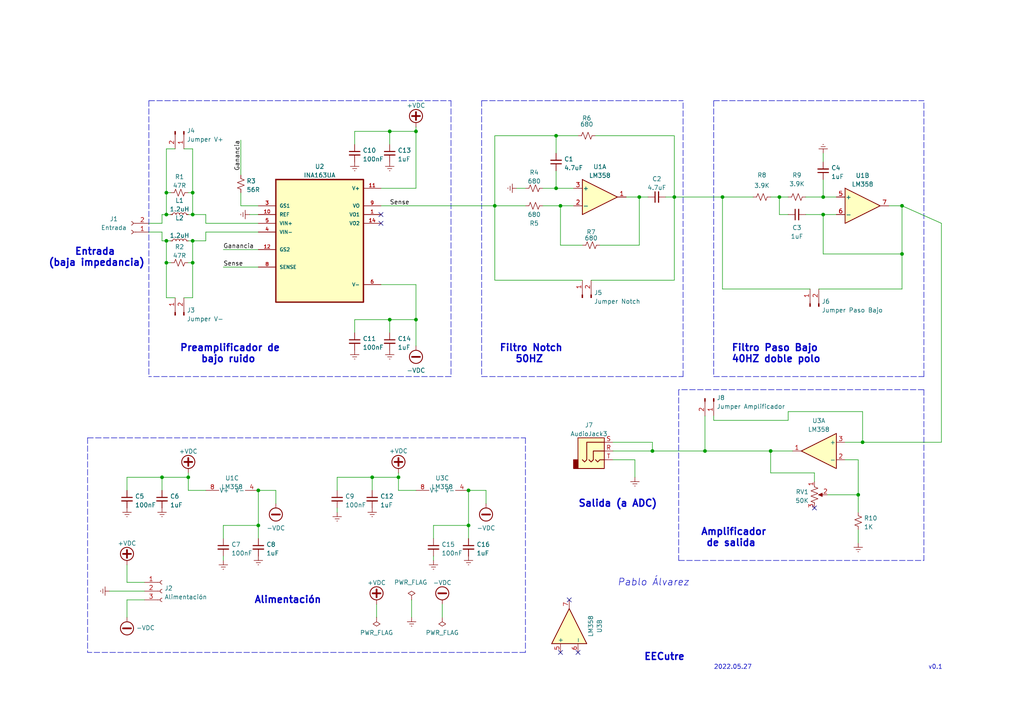
<source format=kicad_sch>
(kicad_sch (version 20211123) (generator eeschema)

  (uuid e63e39d7-6ac0-4ffd-8aa3-1841a4541b55)

  (paper "A4")

  (lib_symbols
    (symbol "Amplifier_Operational:LM358" (pin_names (offset 0.127)) (in_bom yes) (on_board yes)
      (property "Reference" "U" (id 0) (at 0 5.08 0)
        (effects (font (size 1.27 1.27)) (justify left))
      )
      (property "Value" "LM358" (id 1) (at 0 -5.08 0)
        (effects (font (size 1.27 1.27)) (justify left))
      )
      (property "Footprint" "" (id 2) (at 0 0 0)
        (effects (font (size 1.27 1.27)) hide)
      )
      (property "Datasheet" "http://www.ti.com/lit/ds/symlink/lm2904-n.pdf" (id 3) (at 0 0 0)
        (effects (font (size 1.27 1.27)) hide)
      )
      (property "ki_locked" "" (id 4) (at 0 0 0)
        (effects (font (size 1.27 1.27)))
      )
      (property "ki_keywords" "dual opamp" (id 5) (at 0 0 0)
        (effects (font (size 1.27 1.27)) hide)
      )
      (property "ki_description" "Low-Power, Dual Operational Amplifiers, DIP-8/SOIC-8/TO-99-8" (id 6) (at 0 0 0)
        (effects (font (size 1.27 1.27)) hide)
      )
      (property "ki_fp_filters" "SOIC*3.9x4.9mm*P1.27mm* DIP*W7.62mm* TO*99* OnSemi*Micro8* TSSOP*3x3mm*P0.65mm* TSSOP*4.4x3mm*P0.65mm* MSOP*3x3mm*P0.65mm* SSOP*3.9x4.9mm*P0.635mm* LFCSP*2x2mm*P0.5mm* *SIP* SOIC*5.3x6.2mm*P1.27mm*" (id 7) (at 0 0 0)
        (effects (font (size 1.27 1.27)) hide)
      )
      (symbol "LM358_1_1"
        (polyline
          (pts
            (xy -5.08 5.08)
            (xy 5.08 0)
            (xy -5.08 -5.08)
            (xy -5.08 5.08)
          )
          (stroke (width 0.254) (type default) (color 0 0 0 0))
          (fill (type background))
        )
        (pin output line (at 7.62 0 180) (length 2.54)
          (name "~" (effects (font (size 1.27 1.27))))
          (number "1" (effects (font (size 1.27 1.27))))
        )
        (pin input line (at -7.62 -2.54 0) (length 2.54)
          (name "-" (effects (font (size 1.27 1.27))))
          (number "2" (effects (font (size 1.27 1.27))))
        )
        (pin input line (at -7.62 2.54 0) (length 2.54)
          (name "+" (effects (font (size 1.27 1.27))))
          (number "3" (effects (font (size 1.27 1.27))))
        )
      )
      (symbol "LM358_2_1"
        (polyline
          (pts
            (xy -5.08 5.08)
            (xy 5.08 0)
            (xy -5.08 -5.08)
            (xy -5.08 5.08)
          )
          (stroke (width 0.254) (type default) (color 0 0 0 0))
          (fill (type background))
        )
        (pin input line (at -7.62 2.54 0) (length 2.54)
          (name "+" (effects (font (size 1.27 1.27))))
          (number "5" (effects (font (size 1.27 1.27))))
        )
        (pin input line (at -7.62 -2.54 0) (length 2.54)
          (name "-" (effects (font (size 1.27 1.27))))
          (number "6" (effects (font (size 1.27 1.27))))
        )
        (pin output line (at 7.62 0 180) (length 2.54)
          (name "~" (effects (font (size 1.27 1.27))))
          (number "7" (effects (font (size 1.27 1.27))))
        )
      )
      (symbol "LM358_3_1"
        (pin power_in line (at -2.54 -7.62 90) (length 3.81)
          (name "V-" (effects (font (size 1.27 1.27))))
          (number "4" (effects (font (size 1.27 1.27))))
        )
        (pin power_in line (at -2.54 7.62 270) (length 3.81)
          (name "V+" (effects (font (size 1.27 1.27))))
          (number "8" (effects (font (size 1.27 1.27))))
        )
      )
    )
    (symbol "Connector:AudioJack3" (in_bom yes) (on_board yes)
      (property "Reference" "J" (id 0) (at 0 8.89 0)
        (effects (font (size 1.27 1.27)))
      )
      (property "Value" "AudioJack3" (id 1) (at 0 6.35 0)
        (effects (font (size 1.27 1.27)))
      )
      (property "Footprint" "" (id 2) (at 0 0 0)
        (effects (font (size 1.27 1.27)) hide)
      )
      (property "Datasheet" "~" (id 3) (at 0 0 0)
        (effects (font (size 1.27 1.27)) hide)
      )
      (property "ki_keywords" "audio jack receptacle stereo headphones phones TRS connector" (id 4) (at 0 0 0)
        (effects (font (size 1.27 1.27)) hide)
      )
      (property "ki_description" "Audio Jack, 3 Poles (Stereo / TRS)" (id 5) (at 0 0 0)
        (effects (font (size 1.27 1.27)) hide)
      )
      (property "ki_fp_filters" "Jack*" (id 6) (at 0 0 0)
        (effects (font (size 1.27 1.27)) hide)
      )
      (symbol "AudioJack3_0_1"
        (rectangle (start -5.08 -5.08) (end -6.35 -2.54)
          (stroke (width 0.254) (type default) (color 0 0 0 0))
          (fill (type outline))
        )
        (polyline
          (pts
            (xy 0 -2.54)
            (xy 0.635 -3.175)
            (xy 1.27 -2.54)
            (xy 2.54 -2.54)
          )
          (stroke (width 0.254) (type default) (color 0 0 0 0))
          (fill (type none))
        )
        (polyline
          (pts
            (xy -1.905 -2.54)
            (xy -1.27 -3.175)
            (xy -0.635 -2.54)
            (xy -0.635 0)
            (xy 2.54 0)
          )
          (stroke (width 0.254) (type default) (color 0 0 0 0))
          (fill (type none))
        )
        (polyline
          (pts
            (xy 2.54 2.54)
            (xy -2.54 2.54)
            (xy -2.54 -2.54)
            (xy -3.175 -3.175)
            (xy -3.81 -2.54)
          )
          (stroke (width 0.254) (type default) (color 0 0 0 0))
          (fill (type none))
        )
        (rectangle (start 2.54 3.81) (end -5.08 -5.08)
          (stroke (width 0.254) (type default) (color 0 0 0 0))
          (fill (type background))
        )
      )
      (symbol "AudioJack3_1_1"
        (pin passive line (at 5.08 0 180) (length 2.54)
          (name "~" (effects (font (size 1.27 1.27))))
          (number "R" (effects (font (size 1.27 1.27))))
        )
        (pin passive line (at 5.08 2.54 180) (length 2.54)
          (name "~" (effects (font (size 1.27 1.27))))
          (number "S" (effects (font (size 1.27 1.27))))
        )
        (pin passive line (at 5.08 -2.54 180) (length 2.54)
          (name "~" (effects (font (size 1.27 1.27))))
          (number "T" (effects (font (size 1.27 1.27))))
        )
      )
    )
    (symbol "Connector:Conn_01x02_Female" (pin_names (offset 1.016) hide) (in_bom yes) (on_board yes)
      (property "Reference" "J" (id 0) (at 0 2.54 0)
        (effects (font (size 1.27 1.27)))
      )
      (property "Value" "Conn_01x02_Female" (id 1) (at 0 -5.08 0)
        (effects (font (size 1.27 1.27)))
      )
      (property "Footprint" "" (id 2) (at 0 0 0)
        (effects (font (size 1.27 1.27)) hide)
      )
      (property "Datasheet" "~" (id 3) (at 0 0 0)
        (effects (font (size 1.27 1.27)) hide)
      )
      (property "ki_keywords" "connector" (id 4) (at 0 0 0)
        (effects (font (size 1.27 1.27)) hide)
      )
      (property "ki_description" "Generic connector, single row, 01x02, script generated (kicad-library-utils/schlib/autogen/connector/)" (id 5) (at 0 0 0)
        (effects (font (size 1.27 1.27)) hide)
      )
      (property "ki_fp_filters" "Connector*:*_1x??_*" (id 6) (at 0 0 0)
        (effects (font (size 1.27 1.27)) hide)
      )
      (symbol "Conn_01x02_Female_1_1"
        (arc (start 0 -2.032) (mid -0.508 -2.54) (end 0 -3.048)
          (stroke (width 0.1524) (type default) (color 0 0 0 0))
          (fill (type none))
        )
        (polyline
          (pts
            (xy -1.27 -2.54)
            (xy -0.508 -2.54)
          )
          (stroke (width 0.1524) (type default) (color 0 0 0 0))
          (fill (type none))
        )
        (polyline
          (pts
            (xy -1.27 0)
            (xy -0.508 0)
          )
          (stroke (width 0.1524) (type default) (color 0 0 0 0))
          (fill (type none))
        )
        (arc (start 0 0.508) (mid -0.508 0) (end 0 -0.508)
          (stroke (width 0.1524) (type default) (color 0 0 0 0))
          (fill (type none))
        )
        (pin passive line (at -5.08 0 0) (length 3.81)
          (name "Pin_1" (effects (font (size 1.27 1.27))))
          (number "1" (effects (font (size 1.27 1.27))))
        )
        (pin passive line (at -5.08 -2.54 0) (length 3.81)
          (name "Pin_2" (effects (font (size 1.27 1.27))))
          (number "2" (effects (font (size 1.27 1.27))))
        )
      )
    )
    (symbol "Connector:Conn_01x02_Male" (pin_names (offset 1.016) hide) (in_bom yes) (on_board yes)
      (property "Reference" "J" (id 0) (at 0 2.54 0)
        (effects (font (size 1.27 1.27)))
      )
      (property "Value" "Conn_01x02_Male" (id 1) (at 0 -5.08 0)
        (effects (font (size 1.27 1.27)))
      )
      (property "Footprint" "" (id 2) (at 0 0 0)
        (effects (font (size 1.27 1.27)) hide)
      )
      (property "Datasheet" "~" (id 3) (at 0 0 0)
        (effects (font (size 1.27 1.27)) hide)
      )
      (property "ki_keywords" "connector" (id 4) (at 0 0 0)
        (effects (font (size 1.27 1.27)) hide)
      )
      (property "ki_description" "Generic connector, single row, 01x02, script generated (kicad-library-utils/schlib/autogen/connector/)" (id 5) (at 0 0 0)
        (effects (font (size 1.27 1.27)) hide)
      )
      (property "ki_fp_filters" "Connector*:*_1x??_*" (id 6) (at 0 0 0)
        (effects (font (size 1.27 1.27)) hide)
      )
      (symbol "Conn_01x02_Male_1_1"
        (polyline
          (pts
            (xy 1.27 -2.54)
            (xy 0.8636 -2.54)
          )
          (stroke (width 0.1524) (type default) (color 0 0 0 0))
          (fill (type none))
        )
        (polyline
          (pts
            (xy 1.27 0)
            (xy 0.8636 0)
          )
          (stroke (width 0.1524) (type default) (color 0 0 0 0))
          (fill (type none))
        )
        (rectangle (start 0.8636 -2.413) (end 0 -2.667)
          (stroke (width 0.1524) (type default) (color 0 0 0 0))
          (fill (type outline))
        )
        (rectangle (start 0.8636 0.127) (end 0 -0.127)
          (stroke (width 0.1524) (type default) (color 0 0 0 0))
          (fill (type outline))
        )
        (pin passive line (at 5.08 0 180) (length 3.81)
          (name "Pin_1" (effects (font (size 1.27 1.27))))
          (number "1" (effects (font (size 1.27 1.27))))
        )
        (pin passive line (at 5.08 -2.54 180) (length 3.81)
          (name "Pin_2" (effects (font (size 1.27 1.27))))
          (number "2" (effects (font (size 1.27 1.27))))
        )
      )
    )
    (symbol "Connector:Conn_01x03_Female" (pin_names (offset 1.016) hide) (in_bom yes) (on_board yes)
      (property "Reference" "J" (id 0) (at 0 5.08 0)
        (effects (font (size 1.27 1.27)))
      )
      (property "Value" "Conn_01x03_Female" (id 1) (at 0 -5.08 0)
        (effects (font (size 1.27 1.27)))
      )
      (property "Footprint" "" (id 2) (at 0 0 0)
        (effects (font (size 1.27 1.27)) hide)
      )
      (property "Datasheet" "~" (id 3) (at 0 0 0)
        (effects (font (size 1.27 1.27)) hide)
      )
      (property "ki_keywords" "connector" (id 4) (at 0 0 0)
        (effects (font (size 1.27 1.27)) hide)
      )
      (property "ki_description" "Generic connector, single row, 01x03, script generated (kicad-library-utils/schlib/autogen/connector/)" (id 5) (at 0 0 0)
        (effects (font (size 1.27 1.27)) hide)
      )
      (property "ki_fp_filters" "Connector*:*_1x??_*" (id 6) (at 0 0 0)
        (effects (font (size 1.27 1.27)) hide)
      )
      (symbol "Conn_01x03_Female_1_1"
        (arc (start 0 -2.032) (mid -0.508 -2.54) (end 0 -3.048)
          (stroke (width 0.1524) (type default) (color 0 0 0 0))
          (fill (type none))
        )
        (polyline
          (pts
            (xy -1.27 -2.54)
            (xy -0.508 -2.54)
          )
          (stroke (width 0.1524) (type default) (color 0 0 0 0))
          (fill (type none))
        )
        (polyline
          (pts
            (xy -1.27 0)
            (xy -0.508 0)
          )
          (stroke (width 0.1524) (type default) (color 0 0 0 0))
          (fill (type none))
        )
        (polyline
          (pts
            (xy -1.27 2.54)
            (xy -0.508 2.54)
          )
          (stroke (width 0.1524) (type default) (color 0 0 0 0))
          (fill (type none))
        )
        (arc (start 0 0.508) (mid -0.508 0) (end 0 -0.508)
          (stroke (width 0.1524) (type default) (color 0 0 0 0))
          (fill (type none))
        )
        (arc (start 0 3.048) (mid -0.508 2.54) (end 0 2.032)
          (stroke (width 0.1524) (type default) (color 0 0 0 0))
          (fill (type none))
        )
        (pin passive line (at -5.08 2.54 0) (length 3.81)
          (name "Pin_1" (effects (font (size 1.27 1.27))))
          (number "1" (effects (font (size 1.27 1.27))))
        )
        (pin passive line (at -5.08 0 0) (length 3.81)
          (name "Pin_2" (effects (font (size 1.27 1.27))))
          (number "2" (effects (font (size 1.27 1.27))))
        )
        (pin passive line (at -5.08 -2.54 0) (length 3.81)
          (name "Pin_3" (effects (font (size 1.27 1.27))))
          (number "3" (effects (font (size 1.27 1.27))))
        )
      )
    )
    (symbol "Device:C_Small" (pin_numbers hide) (pin_names (offset 0.254) hide) (in_bom yes) (on_board yes)
      (property "Reference" "C" (id 0) (at 0.254 1.778 0)
        (effects (font (size 1.27 1.27)) (justify left))
      )
      (property "Value" "C_Small" (id 1) (at 0.254 -2.032 0)
        (effects (font (size 1.27 1.27)) (justify left))
      )
      (property "Footprint" "" (id 2) (at 0 0 0)
        (effects (font (size 1.27 1.27)) hide)
      )
      (property "Datasheet" "~" (id 3) (at 0 0 0)
        (effects (font (size 1.27 1.27)) hide)
      )
      (property "ki_keywords" "capacitor cap" (id 4) (at 0 0 0)
        (effects (font (size 1.27 1.27)) hide)
      )
      (property "ki_description" "Unpolarized capacitor, small symbol" (id 5) (at 0 0 0)
        (effects (font (size 1.27 1.27)) hide)
      )
      (property "ki_fp_filters" "C_*" (id 6) (at 0 0 0)
        (effects (font (size 1.27 1.27)) hide)
      )
      (symbol "C_Small_0_1"
        (polyline
          (pts
            (xy -1.524 -0.508)
            (xy 1.524 -0.508)
          )
          (stroke (width 0.3302) (type default) (color 0 0 0 0))
          (fill (type none))
        )
        (polyline
          (pts
            (xy -1.524 0.508)
            (xy 1.524 0.508)
          )
          (stroke (width 0.3048) (type default) (color 0 0 0 0))
          (fill (type none))
        )
      )
      (symbol "C_Small_1_1"
        (pin passive line (at 0 2.54 270) (length 2.032)
          (name "~" (effects (font (size 1.27 1.27))))
          (number "1" (effects (font (size 1.27 1.27))))
        )
        (pin passive line (at 0 -2.54 90) (length 2.032)
          (name "~" (effects (font (size 1.27 1.27))))
          (number "2" (effects (font (size 1.27 1.27))))
        )
      )
    )
    (symbol "Device:L_Small" (pin_numbers hide) (pin_names (offset 0.254) hide) (in_bom yes) (on_board yes)
      (property "Reference" "L" (id 0) (at 0.762 1.016 0)
        (effects (font (size 1.27 1.27)) (justify left))
      )
      (property "Value" "L_Small" (id 1) (at 0.762 -1.016 0)
        (effects (font (size 1.27 1.27)) (justify left))
      )
      (property "Footprint" "" (id 2) (at 0 0 0)
        (effects (font (size 1.27 1.27)) hide)
      )
      (property "Datasheet" "~" (id 3) (at 0 0 0)
        (effects (font (size 1.27 1.27)) hide)
      )
      (property "ki_keywords" "inductor choke coil reactor magnetic" (id 4) (at 0 0 0)
        (effects (font (size 1.27 1.27)) hide)
      )
      (property "ki_description" "Inductor, small symbol" (id 5) (at 0 0 0)
        (effects (font (size 1.27 1.27)) hide)
      )
      (property "ki_fp_filters" "Choke_* *Coil* Inductor_* L_*" (id 6) (at 0 0 0)
        (effects (font (size 1.27 1.27)) hide)
      )
      (symbol "L_Small_0_1"
        (arc (start 0 -2.032) (mid 0.508 -1.524) (end 0 -1.016)
          (stroke (width 0) (type default) (color 0 0 0 0))
          (fill (type none))
        )
        (arc (start 0 -1.016) (mid 0.508 -0.508) (end 0 0)
          (stroke (width 0) (type default) (color 0 0 0 0))
          (fill (type none))
        )
        (arc (start 0 0) (mid 0.508 0.508) (end 0 1.016)
          (stroke (width 0) (type default) (color 0 0 0 0))
          (fill (type none))
        )
        (arc (start 0 1.016) (mid 0.508 1.524) (end 0 2.032)
          (stroke (width 0) (type default) (color 0 0 0 0))
          (fill (type none))
        )
      )
      (symbol "L_Small_1_1"
        (pin passive line (at 0 2.54 270) (length 0.508)
          (name "~" (effects (font (size 1.27 1.27))))
          (number "1" (effects (font (size 1.27 1.27))))
        )
        (pin passive line (at 0 -2.54 90) (length 0.508)
          (name "~" (effects (font (size 1.27 1.27))))
          (number "2" (effects (font (size 1.27 1.27))))
        )
      )
    )
    (symbol "Device:R_Potentiometer_US" (pin_names (offset 1.016) hide) (in_bom yes) (on_board yes)
      (property "Reference" "RV" (id 0) (at -4.445 0 90)
        (effects (font (size 1.27 1.27)))
      )
      (property "Value" "R_Potentiometer_US" (id 1) (at -2.54 0 90)
        (effects (font (size 1.27 1.27)))
      )
      (property "Footprint" "" (id 2) (at 0 0 0)
        (effects (font (size 1.27 1.27)) hide)
      )
      (property "Datasheet" "~" (id 3) (at 0 0 0)
        (effects (font (size 1.27 1.27)) hide)
      )
      (property "ki_keywords" "resistor variable" (id 4) (at 0 0 0)
        (effects (font (size 1.27 1.27)) hide)
      )
      (property "ki_description" "Potentiometer, US symbol" (id 5) (at 0 0 0)
        (effects (font (size 1.27 1.27)) hide)
      )
      (property "ki_fp_filters" "Potentiometer*" (id 6) (at 0 0 0)
        (effects (font (size 1.27 1.27)) hide)
      )
      (symbol "R_Potentiometer_US_0_1"
        (polyline
          (pts
            (xy 0 -2.286)
            (xy 0 -2.54)
          )
          (stroke (width 0) (type default) (color 0 0 0 0))
          (fill (type none))
        )
        (polyline
          (pts
            (xy 0 2.54)
            (xy 0 2.286)
          )
          (stroke (width 0) (type default) (color 0 0 0 0))
          (fill (type none))
        )
        (polyline
          (pts
            (xy 2.54 0)
            (xy 1.524 0)
          )
          (stroke (width 0) (type default) (color 0 0 0 0))
          (fill (type none))
        )
        (polyline
          (pts
            (xy 1.143 0)
            (xy 2.286 0.508)
            (xy 2.286 -0.508)
            (xy 1.143 0)
          )
          (stroke (width 0) (type default) (color 0 0 0 0))
          (fill (type outline))
        )
        (polyline
          (pts
            (xy 0 -0.762)
            (xy 1.016 -1.143)
            (xy 0 -1.524)
            (xy -1.016 -1.905)
            (xy 0 -2.286)
          )
          (stroke (width 0) (type default) (color 0 0 0 0))
          (fill (type none))
        )
        (polyline
          (pts
            (xy 0 0.762)
            (xy 1.016 0.381)
            (xy 0 0)
            (xy -1.016 -0.381)
            (xy 0 -0.762)
          )
          (stroke (width 0) (type default) (color 0 0 0 0))
          (fill (type none))
        )
        (polyline
          (pts
            (xy 0 2.286)
            (xy 1.016 1.905)
            (xy 0 1.524)
            (xy -1.016 1.143)
            (xy 0 0.762)
          )
          (stroke (width 0) (type default) (color 0 0 0 0))
          (fill (type none))
        )
      )
      (symbol "R_Potentiometer_US_1_1"
        (pin passive line (at 0 3.81 270) (length 1.27)
          (name "1" (effects (font (size 1.27 1.27))))
          (number "1" (effects (font (size 1.27 1.27))))
        )
        (pin passive line (at 3.81 0 180) (length 1.27)
          (name "2" (effects (font (size 1.27 1.27))))
          (number "2" (effects (font (size 1.27 1.27))))
        )
        (pin passive line (at 0 -3.81 90) (length 1.27)
          (name "3" (effects (font (size 1.27 1.27))))
          (number "3" (effects (font (size 1.27 1.27))))
        )
      )
    )
    (symbol "Device:R_Small_US" (pin_numbers hide) (pin_names (offset 0.254) hide) (in_bom yes) (on_board yes)
      (property "Reference" "R" (id 0) (at 0.762 0.508 0)
        (effects (font (size 1.27 1.27)) (justify left))
      )
      (property "Value" "R_Small_US" (id 1) (at 0.762 -1.016 0)
        (effects (font (size 1.27 1.27)) (justify left))
      )
      (property "Footprint" "" (id 2) (at 0 0 0)
        (effects (font (size 1.27 1.27)) hide)
      )
      (property "Datasheet" "~" (id 3) (at 0 0 0)
        (effects (font (size 1.27 1.27)) hide)
      )
      (property "ki_keywords" "r resistor" (id 4) (at 0 0 0)
        (effects (font (size 1.27 1.27)) hide)
      )
      (property "ki_description" "Resistor, small US symbol" (id 5) (at 0 0 0)
        (effects (font (size 1.27 1.27)) hide)
      )
      (property "ki_fp_filters" "R_*" (id 6) (at 0 0 0)
        (effects (font (size 1.27 1.27)) hide)
      )
      (symbol "R_Small_US_1_1"
        (polyline
          (pts
            (xy 0 0)
            (xy 1.016 -0.381)
            (xy 0 -0.762)
            (xy -1.016 -1.143)
            (xy 0 -1.524)
          )
          (stroke (width 0) (type default) (color 0 0 0 0))
          (fill (type none))
        )
        (polyline
          (pts
            (xy 0 1.524)
            (xy 1.016 1.143)
            (xy 0 0.762)
            (xy -1.016 0.381)
            (xy 0 0)
          )
          (stroke (width 0) (type default) (color 0 0 0 0))
          (fill (type none))
        )
        (pin passive line (at 0 2.54 270) (length 1.016)
          (name "~" (effects (font (size 1.27 1.27))))
          (number "1" (effects (font (size 1.27 1.27))))
        )
        (pin passive line (at 0 -2.54 90) (length 1.016)
          (name "~" (effects (font (size 1.27 1.27))))
          (number "2" (effects (font (size 1.27 1.27))))
        )
      )
    )
    (symbol "INA163UA:INA163UA" (pin_names (offset 1.016)) (in_bom yes) (on_board yes)
      (property "Reference" "U" (id 0) (at -12.7 18.7706 0)
        (effects (font (size 1.27 1.27)) (justify left bottom))
      )
      (property "Value" "INA163UA" (id 1) (at -12.7 -21.7678 0)
        (effects (font (size 1.27 1.27)) (justify left bottom))
      )
      (property "Footprint" "SOIC127P600X175-14N" (id 2) (at 0 0 0)
        (effects (font (size 1.27 1.27)) (justify left bottom) hide)
      )
      (property "Datasheet" "" (id 3) (at 0 0 0)
        (effects (font (size 1.27 1.27)) (justify left bottom) hide)
      )
      (property "ki_locked" "" (id 4) (at 0 0 0)
        (effects (font (size 1.27 1.27)))
      )
      (symbol "INA163UA_0_0"
        (rectangle (start -12.7 -17.78) (end 12.7 17.78)
          (stroke (width 0.4064) (type default) (color 0 0 0 0))
          (fill (type background))
        )
        (pin output line (at 17.78 7.62 180) (length 5.08)
          (name "VO1" (effects (font (size 1.016 1.016))))
          (number "1" (effects (font (size 1.016 1.016))))
        )
        (pin input line (at -17.78 7.62 0) (length 5.08)
          (name "REF" (effects (font (size 1.016 1.016))))
          (number "10" (effects (font (size 1.016 1.016))))
        )
        (pin power_in line (at 17.78 15.24 180) (length 5.08)
          (name "V+" (effects (font (size 1.016 1.016))))
          (number "11" (effects (font (size 1.016 1.016))))
        )
        (pin bidirectional line (at -17.78 -2.54 0) (length 5.08)
          (name "GS2" (effects (font (size 1.016 1.016))))
          (number "12" (effects (font (size 1.016 1.016))))
        )
        (pin output line (at 17.78 5.08 180) (length 5.08)
          (name "VO2" (effects (font (size 1.016 1.016))))
          (number "14" (effects (font (size 1.016 1.016))))
        )
        (pin input line (at -17.78 10.16 0) (length 5.08)
          (name "GS1" (effects (font (size 1.016 1.016))))
          (number "3" (effects (font (size 1.016 1.016))))
        )
        (pin input line (at -17.78 2.54 0) (length 5.08)
          (name "VIN-" (effects (font (size 1.016 1.016))))
          (number "4" (effects (font (size 1.016 1.016))))
        )
        (pin input line (at -17.78 5.08 0) (length 5.08)
          (name "VIN+" (effects (font (size 1.016 1.016))))
          (number "5" (effects (font (size 1.016 1.016))))
        )
        (pin power_in line (at 17.78 -12.7 180) (length 5.08)
          (name "V-" (effects (font (size 1.016 1.016))))
          (number "6" (effects (font (size 1.016 1.016))))
        )
        (pin bidirectional line (at -17.78 -7.62 0) (length 5.08)
          (name "SENSE" (effects (font (size 1.016 1.016))))
          (number "8" (effects (font (size 1.016 1.016))))
        )
        (pin output line (at 17.78 10.16 180) (length 5.08)
          (name "VO" (effects (font (size 1.016 1.016))))
          (number "9" (effects (font (size 1.016 1.016))))
        )
      )
    )
    (symbol "power:+VDC" (power) (pin_names (offset 0)) (in_bom yes) (on_board yes)
      (property "Reference" "#PWR" (id 0) (at 0 -2.54 0)
        (effects (font (size 1.27 1.27)) hide)
      )
      (property "Value" "+VDC" (id 1) (at 0 6.35 0)
        (effects (font (size 1.27 1.27)))
      )
      (property "Footprint" "" (id 2) (at 0 0 0)
        (effects (font (size 1.27 1.27)) hide)
      )
      (property "Datasheet" "" (id 3) (at 0 0 0)
        (effects (font (size 1.27 1.27)) hide)
      )
      (property "ki_keywords" "power-flag" (id 4) (at 0 0 0)
        (effects (font (size 1.27 1.27)) hide)
      )
      (property "ki_description" "Power symbol creates a global label with name \"+VDC\"" (id 5) (at 0 0 0)
        (effects (font (size 1.27 1.27)) hide)
      )
      (symbol "+VDC_0_1"
        (polyline
          (pts
            (xy -1.143 3.175)
            (xy 1.143 3.175)
          )
          (stroke (width 0.508) (type default) (color 0 0 0 0))
          (fill (type none))
        )
        (polyline
          (pts
            (xy 0 0)
            (xy 0 1.27)
          )
          (stroke (width 0) (type default) (color 0 0 0 0))
          (fill (type none))
        )
        (polyline
          (pts
            (xy 0 2.032)
            (xy 0 4.318)
          )
          (stroke (width 0.508) (type default) (color 0 0 0 0))
          (fill (type none))
        )
        (circle (center 0 3.175) (radius 1.905)
          (stroke (width 0.254) (type default) (color 0 0 0 0))
          (fill (type none))
        )
      )
      (symbol "+VDC_1_1"
        (pin power_in line (at 0 0 90) (length 0) hide
          (name "+VDC" (effects (font (size 1.27 1.27))))
          (number "1" (effects (font (size 1.27 1.27))))
        )
      )
    )
    (symbol "power:-VDC" (power) (pin_names (offset 0)) (in_bom yes) (on_board yes)
      (property "Reference" "#PWR" (id 0) (at 0 -2.54 0)
        (effects (font (size 1.27 1.27)) hide)
      )
      (property "Value" "-VDC" (id 1) (at 0 6.35 0)
        (effects (font (size 1.27 1.27)))
      )
      (property "Footprint" "" (id 2) (at 0 0 0)
        (effects (font (size 1.27 1.27)) hide)
      )
      (property "Datasheet" "" (id 3) (at 0 0 0)
        (effects (font (size 1.27 1.27)) hide)
      )
      (property "ki_keywords" "power-flag" (id 4) (at 0 0 0)
        (effects (font (size 1.27 1.27)) hide)
      )
      (property "ki_description" "Power symbol creates a global label with name \"-VDC\"" (id 5) (at 0 0 0)
        (effects (font (size 1.27 1.27)) hide)
      )
      (symbol "-VDC_0_1"
        (polyline
          (pts
            (xy -1.143 3.175)
            (xy 1.143 3.175)
          )
          (stroke (width 0.508) (type default) (color 0 0 0 0))
          (fill (type none))
        )
        (polyline
          (pts
            (xy 0 0)
            (xy 0 1.27)
          )
          (stroke (width 0) (type default) (color 0 0 0 0))
          (fill (type none))
        )
        (circle (center 0 3.175) (radius 1.905)
          (stroke (width 0.254) (type default) (color 0 0 0 0))
          (fill (type none))
        )
      )
      (symbol "-VDC_1_1"
        (pin power_in line (at 0 0 90) (length 0) hide
          (name "-VDC" (effects (font (size 1.27 1.27))))
          (number "1" (effects (font (size 1.27 1.27))))
        )
      )
    )
    (symbol "power:Earth" (power) (pin_names (offset 0)) (in_bom yes) (on_board yes)
      (property "Reference" "#PWR" (id 0) (at 0 -6.35 0)
        (effects (font (size 1.27 1.27)) hide)
      )
      (property "Value" "Earth" (id 1) (at 0 -3.81 0)
        (effects (font (size 1.27 1.27)) hide)
      )
      (property "Footprint" "" (id 2) (at 0 0 0)
        (effects (font (size 1.27 1.27)) hide)
      )
      (property "Datasheet" "~" (id 3) (at 0 0 0)
        (effects (font (size 1.27 1.27)) hide)
      )
      (property "ki_keywords" "power-flag ground gnd" (id 4) (at 0 0 0)
        (effects (font (size 1.27 1.27)) hide)
      )
      (property "ki_description" "Power symbol creates a global label with name \"Earth\"" (id 5) (at 0 0 0)
        (effects (font (size 1.27 1.27)) hide)
      )
      (symbol "Earth_0_1"
        (polyline
          (pts
            (xy -0.635 -1.905)
            (xy 0.635 -1.905)
          )
          (stroke (width 0) (type default) (color 0 0 0 0))
          (fill (type none))
        )
        (polyline
          (pts
            (xy -0.127 -2.54)
            (xy 0.127 -2.54)
          )
          (stroke (width 0) (type default) (color 0 0 0 0))
          (fill (type none))
        )
        (polyline
          (pts
            (xy 0 -1.27)
            (xy 0 0)
          )
          (stroke (width 0) (type default) (color 0 0 0 0))
          (fill (type none))
        )
        (polyline
          (pts
            (xy 1.27 -1.27)
            (xy -1.27 -1.27)
          )
          (stroke (width 0) (type default) (color 0 0 0 0))
          (fill (type none))
        )
      )
      (symbol "Earth_1_1"
        (pin power_in line (at 0 0 270) (length 0) hide
          (name "Earth" (effects (font (size 1.27 1.27))))
          (number "1" (effects (font (size 1.27 1.27))))
        )
      )
    )
    (symbol "power:PWR_FLAG" (power) (pin_numbers hide) (pin_names (offset 0) hide) (in_bom yes) (on_board yes)
      (property "Reference" "#FLG" (id 0) (at 0 1.905 0)
        (effects (font (size 1.27 1.27)) hide)
      )
      (property "Value" "PWR_FLAG" (id 1) (at 0 3.81 0)
        (effects (font (size 1.27 1.27)))
      )
      (property "Footprint" "" (id 2) (at 0 0 0)
        (effects (font (size 1.27 1.27)) hide)
      )
      (property "Datasheet" "~" (id 3) (at 0 0 0)
        (effects (font (size 1.27 1.27)) hide)
      )
      (property "ki_keywords" "power-flag" (id 4) (at 0 0 0)
        (effects (font (size 1.27 1.27)) hide)
      )
      (property "ki_description" "Special symbol for telling ERC where power comes from" (id 5) (at 0 0 0)
        (effects (font (size 1.27 1.27)) hide)
      )
      (symbol "PWR_FLAG_0_0"
        (pin power_out line (at 0 0 90) (length 0)
          (name "pwr" (effects (font (size 1.27 1.27))))
          (number "1" (effects (font (size 1.27 1.27))))
        )
      )
      (symbol "PWR_FLAG_0_1"
        (polyline
          (pts
            (xy 0 0)
            (xy 0 1.27)
            (xy -1.016 1.905)
            (xy 0 2.54)
            (xy 1.016 1.905)
            (xy 0 1.27)
          )
          (stroke (width 0) (type default) (color 0 0 0 0))
          (fill (type none))
        )
      )
    )
  )

  (junction (at 115.57 138.43) (diameter 0) (color 0 0 0 0)
    (uuid 03b2b274-97cd-4f18-b1f6-af08c03b744d)
  )
  (junction (at 135.89 142.24) (diameter 0) (color 0 0 0 0)
    (uuid 094685ee-6ffa-47ff-baa2-74b102ca0914)
  )
  (junction (at 161.29 54.61) (diameter 0) (color 0 0 0 0)
    (uuid 0ba23554-f5a9-4c56-8dd7-d1022a691ee7)
  )
  (junction (at 120.65 92.71) (diameter 0) (color 0 0 0 0)
    (uuid 0db204a2-0388-49fd-af23-5008efda7c41)
  )
  (junction (at 161.29 39.37) (diameter 0) (color 0 0 0 0)
    (uuid 23b884c7-0a4e-40d4-8069-b9ec36d9f59b)
  )
  (junction (at 46.99 138.43) (diameter 0) (color 0 0 0 0)
    (uuid 24f995aa-c45f-400f-9a47-aa073836d5e5)
  )
  (junction (at 48.26 69.85) (diameter 0) (color 0 0 0 0)
    (uuid 263df930-eb2d-4d26-bbc8-0c30ec9aef4a)
  )
  (junction (at 238.76 57.15) (diameter 0) (color 0 0 0 0)
    (uuid 37b59839-7496-4393-97cc-c97d0f0e543d)
  )
  (junction (at 74.93 152.4) (diameter 0) (color 0 0 0 0)
    (uuid 453ec4d3-0732-4757-93a6-a112022ef05d)
  )
  (junction (at 113.03 38.1) (diameter 0) (color 0 0 0 0)
    (uuid 46368876-c473-4de0-9041-a8aaa1cd7927)
  )
  (junction (at 55.88 62.23) (diameter 0) (color 0 0 0 0)
    (uuid 47dd9db9-959a-4084-9b7a-466597c1bb26)
  )
  (junction (at 238.76 62.23) (diameter 0) (color 0 0 0 0)
    (uuid 53fa20fc-7df6-4a26-8242-caa34183af84)
  )
  (junction (at 55.88 69.85) (diameter 0) (color 0 0 0 0)
    (uuid 5f74bc8f-f5e2-49aa-814f-e291d7cb2539)
  )
  (junction (at 250.19 128.27) (diameter 0) (color 0 0 0 0)
    (uuid 62ac63fc-fad0-4427-8b9c-1425942d102e)
  )
  (junction (at 48.26 76.2) (diameter 0) (color 0 0 0 0)
    (uuid 638b1799-0dae-4fd1-b87f-12f689aba957)
  )
  (junction (at 74.93 142.24) (diameter 0) (color 0 0 0 0)
    (uuid 72deaa14-43f0-4a1f-a1b9-c7d0457d0214)
  )
  (junction (at 113.03 92.71) (diameter 0) (color 0 0 0 0)
    (uuid 8600082f-e02b-4095-9929-d473713f2dcf)
  )
  (junction (at 107.95 138.43) (diameter 0) (color 0 0 0 0)
    (uuid 862f6191-74aa-40d0-814e-603dba31ae8e)
  )
  (junction (at 55.88 55.88) (diameter 0) (color 0 0 0 0)
    (uuid 8e52ae1a-f31d-4665-93a1-6eb1fe9cd630)
  )
  (junction (at 120.65 38.1) (diameter 0) (color 0 0 0 0)
    (uuid 94f340fa-f6c7-45d8-b7d7-12df63895f13)
  )
  (junction (at 223.52 130.81) (diameter 0) (color 0 0 0 0)
    (uuid 97ba48cf-741d-4b87-a019-3967c67805d1)
  )
  (junction (at 209.55 57.15) (diameter 0) (color 0 0 0 0)
    (uuid a0fbb08d-d0e6-43d8-bf8a-a8628f2f338c)
  )
  (junction (at 195.58 57.15) (diameter 0) (color 0 0 0 0)
    (uuid a5a5ba39-48cc-4344-a19c-1bfd81af8b59)
  )
  (junction (at 185.42 57.15) (diameter 0) (color 0 0 0 0)
    (uuid a8632592-c63a-4a74-a920-5832bb25852b)
  )
  (junction (at 189.23 130.81) (diameter 0) (color 0 0 0 0)
    (uuid abd26c17-7f06-460b-bb31-118121de71e9)
  )
  (junction (at 261.62 73.66) (diameter 0) (color 0 0 0 0)
    (uuid b18f4957-fea6-4fd5-83ef-5912a15871fd)
  )
  (junction (at 55.88 76.2) (diameter 0) (color 0 0 0 0)
    (uuid b371de27-d6bf-4995-ac7d-76b155bf78b9)
  )
  (junction (at 226.06 57.15) (diameter 0) (color 0 0 0 0)
    (uuid b60b0be7-c7de-4dff-a5f5-70c113e97eb1)
  )
  (junction (at 48.26 55.88) (diameter 0) (color 0 0 0 0)
    (uuid b6c8f11e-0188-4428-8b29-e11d53dc364f)
  )
  (junction (at 261.62 59.69) (diameter 0) (color 0 0 0 0)
    (uuid b82e7722-bddb-46a5-82f2-dd68ae1432bd)
  )
  (junction (at 204.47 130.81) (diameter 0) (color 0 0 0 0)
    (uuid c2b418b8-06f7-4e67-8ce3-ab4537c147d5)
  )
  (junction (at 54.61 138.43) (diameter 0) (color 0 0 0 0)
    (uuid cc432b06-7999-4afc-88e1-95e6f7750d7f)
  )
  (junction (at 48.26 62.23) (diameter 0) (color 0 0 0 0)
    (uuid e12af603-d93d-4faf-96af-ccd64ee11f4e)
  )
  (junction (at 143.51 59.69) (diameter 0) (color 0 0 0 0)
    (uuid e15db36b-0009-4f5c-b9fb-21d203e31d3e)
  )
  (junction (at 248.92 143.51) (diameter 0) (color 0 0 0 0)
    (uuid e69cf333-f5ed-46d6-b9b2-398bdbcb404c)
  )
  (junction (at 162.56 59.69) (diameter 0) (color 0 0 0 0)
    (uuid f4ca1356-035e-4b4f-b82c-8791a39c0783)
  )
  (junction (at 135.89 152.4) (diameter 0) (color 0 0 0 0)
    (uuid f78ffa5e-c054-4b38-9c03-871bb213cf7b)
  )

  (no_connect (at 110.49 64.77) (uuid 1214a53f-689e-451f-b8e3-c42227267386))
  (no_connect (at 110.49 62.23) (uuid 1214a53f-689e-451f-b8e3-c42227267387))
  (no_connect (at 167.64 189.23) (uuid 9e9bc9e0-f088-4336-a0c7-ea7fd8d8b3c2))
  (no_connect (at 165.1 173.99) (uuid 9e9bc9e0-f088-4336-a0c7-ea7fd8d8b3c3))
  (no_connect (at 162.56 189.23) (uuid 9e9bc9e0-f088-4336-a0c7-ea7fd8d8b3c4))
  (no_connect (at 236.22 147.32) (uuid f3a8a0cb-e3b1-49f1-aef4-eb8fd513d40c))

  (wire (pts (xy 113.03 92.71) (xy 120.65 92.71))
    (stroke (width 0) (type default) (color 0 0 0 0))
    (uuid 0086efad-def7-45db-a330-e4b05a00adae)
  )
  (wire (pts (xy 97.79 142.24) (xy 97.79 138.43))
    (stroke (width 0) (type default) (color 0 0 0 0))
    (uuid 00c3f4cf-de56-4259-af4d-c4d193f214ab)
  )
  (wire (pts (xy 162.56 59.69) (xy 166.37 59.69))
    (stroke (width 0) (type default) (color 0 0 0 0))
    (uuid 015c5384-dc46-444d-b3e0-d3210f8674ff)
  )
  (wire (pts (xy 74.93 152.4) (xy 74.93 156.21))
    (stroke (width 0) (type default) (color 0 0 0 0))
    (uuid 022ba1c7-8c18-4d44-922d-0061c10e429a)
  )
  (wire (pts (xy 195.58 57.15) (xy 195.58 39.37))
    (stroke (width 0) (type default) (color 0 0 0 0))
    (uuid 044d67e3-d912-463a-802b-1c46206fed50)
  )
  (wire (pts (xy 177.8 133.35) (xy 184.15 133.35))
    (stroke (width 0) (type default) (color 0 0 0 0))
    (uuid 04c253cb-520c-42ed-9267-74504a56dc55)
  )
  (wire (pts (xy 125.73 161.29) (xy 125.73 162.56))
    (stroke (width 0) (type default) (color 0 0 0 0))
    (uuid 0546d2ee-fb96-4b92-b212-d9431d1a66f1)
  )
  (wire (pts (xy 69.85 55.88) (xy 69.85 59.69))
    (stroke (width 0) (type default) (color 0 0 0 0))
    (uuid 07896a01-1732-4ba8-8609-a98c7741e566)
  )
  (wire (pts (xy 143.51 39.37) (xy 143.51 59.69))
    (stroke (width 0) (type default) (color 0 0 0 0))
    (uuid 07d32463-f285-408a-8fc9-d39d23183146)
  )
  (wire (pts (xy 55.88 86.36) (xy 53.34 86.36))
    (stroke (width 0) (type default) (color 0 0 0 0))
    (uuid 095104fb-8b15-447b-a3be-14e374ef2aeb)
  )
  (wire (pts (xy 74.93 142.24) (xy 74.93 152.4))
    (stroke (width 0) (type default) (color 0 0 0 0))
    (uuid 09c7ec99-072d-40ae-8198-8a3d684c3247)
  )
  (wire (pts (xy 36.83 142.24) (xy 36.83 138.43))
    (stroke (width 0) (type default) (color 0 0 0 0))
    (uuid 0a49cd0b-f6a6-4e73-b3b8-36b5db1a546c)
  )
  (wire (pts (xy 50.8 86.36) (xy 48.26 86.36))
    (stroke (width 0) (type default) (color 0 0 0 0))
    (uuid 0c17e16d-8000-4c45-b373-0b80af5bc009)
  )
  (wire (pts (xy 36.83 179.07) (xy 36.83 173.99))
    (stroke (width 0) (type default) (color 0 0 0 0))
    (uuid 0d3a5427-6e3a-43e5-b740-3961cf7e1a1c)
  )
  (wire (pts (xy 97.79 147.32) (xy 97.79 148.59))
    (stroke (width 0) (type default) (color 0 0 0 0))
    (uuid 0ddf4bac-3f4a-4264-89e7-3009fd3a1b33)
  )
  (wire (pts (xy 195.58 57.15) (xy 209.55 57.15))
    (stroke (width 0) (type default) (color 0 0 0 0))
    (uuid 0e956587-07f5-4c23-82a9-419663ef58e7)
  )
  (wire (pts (xy 140.97 142.24) (xy 135.89 142.24))
    (stroke (width 0) (type default) (color 0 0 0 0))
    (uuid 10acdd97-b86f-47a1-944e-1425c7d76637)
  )
  (wire (pts (xy 107.95 138.43) (xy 115.57 138.43))
    (stroke (width 0) (type default) (color 0 0 0 0))
    (uuid 1168a0ce-2da0-430a-8ded-a47af861ecc1)
  )
  (wire (pts (xy 185.42 57.15) (xy 181.61 57.15))
    (stroke (width 0) (type default) (color 0 0 0 0))
    (uuid 164f6a08-2f3f-4eb7-b00f-f31d79a9c780)
  )
  (wire (pts (xy 185.42 71.12) (xy 173.99 71.12))
    (stroke (width 0) (type default) (color 0 0 0 0))
    (uuid 16d55d30-8b28-4060-baf7-ed1989ad54db)
  )
  (wire (pts (xy 223.52 57.15) (xy 226.06 57.15))
    (stroke (width 0) (type default) (color 0 0 0 0))
    (uuid 17498bc0-e172-4545-b831-c4094209c379)
  )
  (wire (pts (xy 46.99 62.23) (xy 46.99 64.77))
    (stroke (width 0) (type default) (color 0 0 0 0))
    (uuid 1988f139-9c82-4155-a764-7fc25beac2d6)
  )
  (wire (pts (xy 48.26 62.23) (xy 46.99 62.23))
    (stroke (width 0) (type default) (color 0 0 0 0))
    (uuid 1ab30683-ad2c-4715-8d95-32e02354d5e4)
  )
  (wire (pts (xy 143.51 59.69) (xy 143.51 81.28))
    (stroke (width 0) (type default) (color 0 0 0 0))
    (uuid 1ec4304e-da32-4eca-9843-2acfe686b454)
  )
  (wire (pts (xy 238.76 62.23) (xy 238.76 73.66))
    (stroke (width 0) (type default) (color 0 0 0 0))
    (uuid 2278a5a0-f5c0-4bf3-9d7e-d0916ec0fd93)
  )
  (polyline (pts (xy 139.7 29.21) (xy 139.7 109.22))
    (stroke (width 0) (type default) (color 0 0 0 0))
    (uuid 231cc77b-5131-4012-aaf5-7da506ac6a57)
  )

  (wire (pts (xy 102.87 96.52) (xy 102.87 92.71))
    (stroke (width 0) (type default) (color 0 0 0 0))
    (uuid 247342ab-d50f-4f9a-bf62-a1c3cd59890d)
  )
  (wire (pts (xy 59.69 69.85) (xy 55.88 69.85))
    (stroke (width 0) (type default) (color 0 0 0 0))
    (uuid 247ff5ba-a292-4251-b50f-cd54c3fc6f6c)
  )
  (wire (pts (xy 226.06 57.15) (xy 228.6 57.15))
    (stroke (width 0) (type default) (color 0 0 0 0))
    (uuid 269bd25d-5e9d-4667-b08d-0d1a0a6fd2ba)
  )
  (wire (pts (xy 55.88 76.2) (xy 55.88 86.36))
    (stroke (width 0) (type default) (color 0 0 0 0))
    (uuid 27729209-a378-420c-bb7e-5371cab2ab00)
  )
  (wire (pts (xy 250.19 128.27) (xy 250.19 119.38))
    (stroke (width 0) (type default) (color 0 0 0 0))
    (uuid 277db9de-a9a1-4201-bf93-4c9024995c8f)
  )
  (wire (pts (xy 54.61 142.24) (xy 59.69 142.24))
    (stroke (width 0) (type default) (color 0 0 0 0))
    (uuid 2b8789d5-3daa-450b-98a5-8493908ff968)
  )
  (wire (pts (xy 195.58 81.28) (xy 195.58 57.15))
    (stroke (width 0) (type default) (color 0 0 0 0))
    (uuid 2b89bf1d-e416-4b9f-bb31-c2a9e6b58720)
  )
  (wire (pts (xy 110.49 82.55) (xy 120.65 82.55))
    (stroke (width 0) (type default) (color 0 0 0 0))
    (uuid 2c4fb7c3-793f-4102-9944-6c8f848d5886)
  )
  (wire (pts (xy 49.53 62.23) (xy 48.26 62.23))
    (stroke (width 0) (type default) (color 0 0 0 0))
    (uuid 2d465429-4e6f-4d31-8d05-3ed7442454ce)
  )
  (wire (pts (xy 185.42 57.15) (xy 185.42 71.12))
    (stroke (width 0) (type default) (color 0 0 0 0))
    (uuid 2de3693e-a2d9-44ee-9ed0-67208c4a472c)
  )
  (wire (pts (xy 172.72 39.37) (xy 195.58 39.37))
    (stroke (width 0) (type default) (color 0 0 0 0))
    (uuid 2ef75ce9-07f2-4dfb-95f0-2477c3c41b9a)
  )
  (wire (pts (xy 209.55 83.82) (xy 234.95 83.82))
    (stroke (width 0) (type default) (color 0 0 0 0))
    (uuid 3021565f-0f39-493c-9125-be53dd7c4f42)
  )
  (wire (pts (xy 80.01 146.05) (xy 80.01 142.24))
    (stroke (width 0) (type default) (color 0 0 0 0))
    (uuid 33f5d726-56c5-4bb5-bb17-20e066529d12)
  )
  (wire (pts (xy 135.89 142.24) (xy 135.89 152.4))
    (stroke (width 0) (type default) (color 0 0 0 0))
    (uuid 3616c16d-9206-4f61-b80e-e8ef58616bdf)
  )
  (wire (pts (xy 102.87 41.91) (xy 102.87 38.1))
    (stroke (width 0) (type default) (color 0 0 0 0))
    (uuid 3795c033-0581-40be-b38e-a4e077898d32)
  )
  (wire (pts (xy 238.76 62.23) (xy 242.57 62.23))
    (stroke (width 0) (type default) (color 0 0 0 0))
    (uuid 3808c9d4-11ec-4135-97ee-d56a8fb964b5)
  )
  (wire (pts (xy 240.03 143.51) (xy 248.92 143.51))
    (stroke (width 0) (type default) (color 0 0 0 0))
    (uuid 396c87b7-b61a-4a09-8793-9d850919449a)
  )
  (wire (pts (xy 113.03 38.1) (xy 113.03 41.91))
    (stroke (width 0) (type default) (color 0 0 0 0))
    (uuid 3a07ad42-9a39-4f1d-bab3-3a91665a112d)
  )
  (wire (pts (xy 115.57 137.16) (xy 115.57 138.43))
    (stroke (width 0) (type default) (color 0 0 0 0))
    (uuid 3a43e1c8-b627-4b75-8fcc-0ae3b77cdf5b)
  )
  (wire (pts (xy 55.88 55.88) (xy 55.88 43.18))
    (stroke (width 0) (type default) (color 0 0 0 0))
    (uuid 3b4a7dfe-908d-48cb-9e53-7f54b46247e4)
  )
  (wire (pts (xy 135.89 152.4) (xy 135.89 156.21))
    (stroke (width 0) (type default) (color 0 0 0 0))
    (uuid 3ba74af2-1d28-4233-b191-2ed9180f9ade)
  )
  (wire (pts (xy 261.62 59.69) (xy 257.81 59.69))
    (stroke (width 0) (type default) (color 0 0 0 0))
    (uuid 3c0ec09e-0ec2-4864-a166-c93a4b6485c5)
  )
  (wire (pts (xy 223.52 130.81) (xy 229.87 130.81))
    (stroke (width 0) (type default) (color 0 0 0 0))
    (uuid 3c255349-68c6-44f6-9ce3-066250b20162)
  )
  (wire (pts (xy 119.38 173.99) (xy 119.38 179.07))
    (stroke (width 0) (type default) (color 0 0 0 0))
    (uuid 3d795649-026f-4ad1-ba20-5b385d5a837a)
  )
  (wire (pts (xy 248.92 153.67) (xy 248.92 157.48))
    (stroke (width 0) (type default) (color 0 0 0 0))
    (uuid 3d7efcdf-2f8f-4512-8706-3526b7d3b071)
  )
  (wire (pts (xy 49.53 69.85) (xy 48.26 69.85))
    (stroke (width 0) (type default) (color 0 0 0 0))
    (uuid 3de2aeae-a73e-4a5b-92e1-ea8dda4a68a9)
  )
  (wire (pts (xy 113.03 92.71) (xy 113.03 96.52))
    (stroke (width 0) (type default) (color 0 0 0 0))
    (uuid 41223afd-351c-412b-ac03-3d912bc5e940)
  )
  (wire (pts (xy 48.26 55.88) (xy 49.53 55.88))
    (stroke (width 0) (type default) (color 0 0 0 0))
    (uuid 45781532-15cf-498f-a00c-ed880691ab2f)
  )
  (wire (pts (xy 102.87 92.71) (xy 113.03 92.71))
    (stroke (width 0) (type default) (color 0 0 0 0))
    (uuid 478801b9-08ab-4ed3-971c-8eb81331913f)
  )
  (wire (pts (xy 237.49 83.82) (xy 261.62 83.82))
    (stroke (width 0) (type default) (color 0 0 0 0))
    (uuid 4a5eb99f-1987-43d9-a67a-91ff3f55fc4a)
  )
  (wire (pts (xy 64.77 72.39) (xy 74.93 72.39))
    (stroke (width 0) (type default) (color 0 0 0 0))
    (uuid 4ba389ce-674e-43e1-b849-2025f5483195)
  )
  (wire (pts (xy 236.22 139.7) (xy 236.22 137.16))
    (stroke (width 0) (type default) (color 0 0 0 0))
    (uuid 4dfb79fe-291c-41c8-8c8c-a0a87d1837d3)
  )
  (wire (pts (xy 48.26 86.36) (xy 48.26 76.2))
    (stroke (width 0) (type default) (color 0 0 0 0))
    (uuid 4ff9eda0-76fd-4a5c-931b-bc0dec63cdfc)
  )
  (wire (pts (xy 54.61 137.16) (xy 54.61 138.43))
    (stroke (width 0) (type default) (color 0 0 0 0))
    (uuid 5164537f-d56a-4e41-aa3c-8dc3daf6ff9c)
  )
  (wire (pts (xy 233.68 57.15) (xy 238.76 57.15))
    (stroke (width 0) (type default) (color 0 0 0 0))
    (uuid 528b099d-06c7-4d0d-9c39-e730d2e48181)
  )
  (wire (pts (xy 50.8 43.18) (xy 48.26 43.18))
    (stroke (width 0) (type default) (color 0 0 0 0))
    (uuid 52b0d127-0e25-4d6e-8571-11ae28dd9ab9)
  )
  (wire (pts (xy 36.83 163.83) (xy 36.83 168.91))
    (stroke (width 0) (type default) (color 0 0 0 0))
    (uuid 5413a62c-8a16-4884-8f4d-50c5eba2f8db)
  )
  (wire (pts (xy 55.88 55.88) (xy 55.88 62.23))
    (stroke (width 0) (type default) (color 0 0 0 0))
    (uuid 5421b23d-4f85-48c1-b5f0-4924d5dfaca1)
  )
  (wire (pts (xy 250.19 119.38) (xy 228.6 119.38))
    (stroke (width 0) (type default) (color 0 0 0 0))
    (uuid 5631275d-c9f1-4ec2-96a4-1190bd493fcc)
  )
  (wire (pts (xy 64.77 161.29) (xy 64.77 162.56))
    (stroke (width 0) (type default) (color 0 0 0 0))
    (uuid 5638abe4-8579-4def-99c8-9b61291f1316)
  )
  (wire (pts (xy 59.69 67.31) (xy 59.69 69.85))
    (stroke (width 0) (type default) (color 0 0 0 0))
    (uuid 5aac4631-6a98-4d6a-8385-601bb171308d)
  )
  (wire (pts (xy 157.48 54.61) (xy 161.29 54.61))
    (stroke (width 0) (type default) (color 0 0 0 0))
    (uuid 5ee2836b-e22f-46d1-a439-6ba951ef8c17)
  )
  (wire (pts (xy 157.48 59.69) (xy 162.56 59.69))
    (stroke (width 0) (type default) (color 0 0 0 0))
    (uuid 5fe901e0-528b-4aa4-8038-171b964fb7de)
  )
  (wire (pts (xy 54.61 62.23) (xy 55.88 62.23))
    (stroke (width 0) (type default) (color 0 0 0 0))
    (uuid 61a39ad7-fa8a-4d13-a727-7da8391c86dd)
  )
  (wire (pts (xy 140.97 146.05) (xy 140.97 142.24))
    (stroke (width 0) (type default) (color 0 0 0 0))
    (uuid 61e89ea9-c22e-48f6-bccf-ff0ecf054671)
  )
  (wire (pts (xy 261.62 59.69) (xy 273.05 64.77))
    (stroke (width 0) (type default) (color 0 0 0 0))
    (uuid 622d12f1-732f-4ca6-ae1b-d13d414f9509)
  )
  (polyline (pts (xy 207.01 109.22) (xy 267.97 109.22))
    (stroke (width 0) (type default) (color 0 0 0 0))
    (uuid 633d9a7d-803e-4502-a793-2a67998c73ba)
  )

  (wire (pts (xy 236.22 137.16) (xy 223.52 137.16))
    (stroke (width 0) (type default) (color 0 0 0 0))
    (uuid 63c5a776-5774-4946-86ef-657cd79e92d4)
  )
  (polyline (pts (xy 152.4 189.23) (xy 25.4 189.23))
    (stroke (width 0) (type default) (color 0 0 0 0))
    (uuid 6422d934-7fb8-4950-a111-c17648650f9e)
  )

  (wire (pts (xy 115.57 138.43) (xy 115.57 142.24))
    (stroke (width 0) (type default) (color 0 0 0 0))
    (uuid 650edea2-ec52-4983-8e9e-8b8fd87425f4)
  )
  (wire (pts (xy 171.45 81.28) (xy 195.58 81.28))
    (stroke (width 0) (type default) (color 0 0 0 0))
    (uuid 65724ca9-3513-4008-99a7-e1af421a5404)
  )
  (wire (pts (xy 185.42 57.15) (xy 187.96 57.15))
    (stroke (width 0) (type default) (color 0 0 0 0))
    (uuid 66ee8052-914a-4504-9a95-39e03f640078)
  )
  (wire (pts (xy 102.87 38.1) (xy 113.03 38.1))
    (stroke (width 0) (type default) (color 0 0 0 0))
    (uuid 6b296abe-dc31-4160-9a94-ac8c9e5bdcc7)
  )
  (wire (pts (xy 161.29 49.53) (xy 161.29 54.61))
    (stroke (width 0) (type default) (color 0 0 0 0))
    (uuid 6c5d3434-9564-431b-b409-94924bb0d389)
  )
  (wire (pts (xy 125.73 156.21) (xy 125.73 152.4))
    (stroke (width 0) (type default) (color 0 0 0 0))
    (uuid 6f5a24d7-0f30-4fb6-b9a4-39289f5321eb)
  )
  (wire (pts (xy 204.47 120.65) (xy 204.47 130.81))
    (stroke (width 0) (type default) (color 0 0 0 0))
    (uuid 6fcaa71a-3e82-47ac-91e5-bb6750b28ac7)
  )
  (wire (pts (xy 209.55 83.82) (xy 209.55 57.15))
    (stroke (width 0) (type default) (color 0 0 0 0))
    (uuid 704c7c73-721e-4677-a664-7c5559692cf2)
  )
  (wire (pts (xy 64.77 156.21) (xy 64.77 152.4))
    (stroke (width 0) (type default) (color 0 0 0 0))
    (uuid 708f011d-5a31-4b4c-998f-cd4f84b80ba5)
  )
  (wire (pts (xy 64.77 152.4) (xy 74.93 152.4))
    (stroke (width 0) (type default) (color 0 0 0 0))
    (uuid 716836be-24bc-4010-9a05-ae2e9d3746f2)
  )
  (wire (pts (xy 48.26 43.18) (xy 48.26 55.88))
    (stroke (width 0) (type default) (color 0 0 0 0))
    (uuid 720ba3e6-0b13-43cc-8122-164a4e35f496)
  )
  (wire (pts (xy 238.76 44.45) (xy 238.76 46.99))
    (stroke (width 0) (type default) (color 0 0 0 0))
    (uuid 7248b640-41b9-4b99-9e22-df57e94fc402)
  )
  (wire (pts (xy 120.65 82.55) (xy 120.65 92.71))
    (stroke (width 0) (type default) (color 0 0 0 0))
    (uuid 72c40866-bb7a-4426-90f2-2506574a5e7b)
  )
  (wire (pts (xy 110.49 59.69) (xy 143.51 59.69))
    (stroke (width 0) (type default) (color 0 0 0 0))
    (uuid 75b4c34a-4107-468c-a439-4d3c6e840a4f)
  )
  (wire (pts (xy 143.51 59.69) (xy 152.4 59.69))
    (stroke (width 0) (type default) (color 0 0 0 0))
    (uuid 77260f76-1a87-4340-9ab5-1673c245d942)
  )
  (wire (pts (xy 97.79 138.43) (xy 107.95 138.43))
    (stroke (width 0) (type default) (color 0 0 0 0))
    (uuid 79b20bf0-f20f-49b8-a4db-6c83670b1c79)
  )
  (polyline (pts (xy 139.7 109.22) (xy 198.12 109.22))
    (stroke (width 0) (type default) (color 0 0 0 0))
    (uuid 7c7cc5d4-13c6-40a7-b00f-e163414843e6)
  )
  (polyline (pts (xy 25.4 127) (xy 152.4 127))
    (stroke (width 0) (type default) (color 0 0 0 0))
    (uuid 7fd48f0f-babc-4498-ada9-a30f9a227b50)
  )

  (wire (pts (xy 149.86 54.61) (xy 152.4 54.61))
    (stroke (width 0) (type default) (color 0 0 0 0))
    (uuid 808caa68-5f50-4138-975d-ca30e1804b1e)
  )
  (polyline (pts (xy 267.97 113.03) (xy 267.97 162.56))
    (stroke (width 0) (type default) (color 0 0 0 0))
    (uuid 8238dc19-0bb5-4ee4-9571-da9eb5fb7d14)
  )

  (wire (pts (xy 48.26 69.85) (xy 48.26 76.2))
    (stroke (width 0) (type default) (color 0 0 0 0))
    (uuid 8333a1dd-b196-40f9-a114-1bd6f5ea4648)
  )
  (wire (pts (xy 248.92 143.51) (xy 248.92 133.35))
    (stroke (width 0) (type default) (color 0 0 0 0))
    (uuid 83caaf12-e6b6-425f-848e-4ea14a72832d)
  )
  (polyline (pts (xy 43.18 29.21) (xy 130.81 29.21))
    (stroke (width 0) (type default) (color 0 0 0 0))
    (uuid 86697b95-7ea3-480e-afbe-0d90f692da3f)
  )

  (wire (pts (xy 54.61 69.85) (xy 55.88 69.85))
    (stroke (width 0) (type default) (color 0 0 0 0))
    (uuid 87c1af53-be8d-4af6-a5ae-28e731cae3b6)
  )
  (polyline (pts (xy 207.01 29.21) (xy 207.01 109.22))
    (stroke (width 0) (type default) (color 0 0 0 0))
    (uuid 892148c8-de49-4f8e-adba-5f40e7ef0209)
  )

  (wire (pts (xy 46.99 138.43) (xy 46.99 142.24))
    (stroke (width 0) (type default) (color 0 0 0 0))
    (uuid 8970780a-b95f-48a5-9b88-b9909c2c398f)
  )
  (wire (pts (xy 161.29 39.37) (xy 167.64 39.37))
    (stroke (width 0) (type default) (color 0 0 0 0))
    (uuid 8ac7e5a7-895f-4c01-8a75-28d696cad910)
  )
  (polyline (pts (xy 196.85 162.56) (xy 267.97 162.56))
    (stroke (width 0) (type default) (color 0 0 0 0))
    (uuid 93b392de-d7f6-491b-b4e1-0d82ad7fa011)
  )
  (polyline (pts (xy 267.97 113.03) (xy 196.85 113.03))
    (stroke (width 0) (type default) (color 0 0 0 0))
    (uuid 96eb0a63-10e5-4f97-91d2-4ca571750573)
  )

  (wire (pts (xy 189.23 130.81) (xy 177.8 130.81))
    (stroke (width 0) (type default) (color 0 0 0 0))
    (uuid 9845d98c-ba1f-4488-b2c2-12d976cfed4a)
  )
  (wire (pts (xy 69.85 40.64) (xy 69.85 50.8))
    (stroke (width 0) (type default) (color 0 0 0 0))
    (uuid 98cf4f6d-91e0-4180-842d-eea9ef113c41)
  )
  (wire (pts (xy 161.29 39.37) (xy 161.29 44.45))
    (stroke (width 0) (type default) (color 0 0 0 0))
    (uuid 9b2df6e8-c353-40f6-8535-f1305969d93e)
  )
  (wire (pts (xy 46.99 138.43) (xy 54.61 138.43))
    (stroke (width 0) (type default) (color 0 0 0 0))
    (uuid 9e234ff8-a62c-4b04-ae7f-7d632c0cf911)
  )
  (wire (pts (xy 115.57 142.24) (xy 120.65 142.24))
    (stroke (width 0) (type default) (color 0 0 0 0))
    (uuid a3489ac2-685e-4bb9-b9b9-31f502f8dd33)
  )
  (wire (pts (xy 226.06 62.23) (xy 228.6 62.23))
    (stroke (width 0) (type default) (color 0 0 0 0))
    (uuid a3e904a9-42a3-45ff-ade4-182eaede8eab)
  )
  (wire (pts (xy 55.88 43.18) (xy 53.34 43.18))
    (stroke (width 0) (type default) (color 0 0 0 0))
    (uuid a6cfd5b6-5978-4452-a5d7-bbb03d9ea1fc)
  )
  (wire (pts (xy 238.76 73.66) (xy 261.62 73.66))
    (stroke (width 0) (type default) (color 0 0 0 0))
    (uuid a77a74ed-51f9-4362-bf5a-e98ce1477bc7)
  )
  (polyline (pts (xy 43.18 29.21) (xy 43.18 109.22))
    (stroke (width 0) (type default) (color 0 0 0 0))
    (uuid a8bf41e2-b51c-4d67-abd6-91dd1cc34ce1)
  )

  (wire (pts (xy 59.69 64.77) (xy 59.69 62.23))
    (stroke (width 0) (type default) (color 0 0 0 0))
    (uuid a9e24b61-f7d7-4fe2-89f8-2c1bebe46ca0)
  )
  (wire (pts (xy 48.26 69.85) (xy 46.99 69.85))
    (stroke (width 0) (type default) (color 0 0 0 0))
    (uuid aa12058e-cec8-414c-89b9-6016396bbc61)
  )
  (wire (pts (xy 143.51 81.28) (xy 168.91 81.28))
    (stroke (width 0) (type default) (color 0 0 0 0))
    (uuid aa822576-ecc5-4896-92e8-dbca441c3399)
  )
  (wire (pts (xy 238.76 57.15) (xy 242.57 57.15))
    (stroke (width 0) (type default) (color 0 0 0 0))
    (uuid aa91cd76-5182-47d8-85e7-bb687e6c22ef)
  )
  (polyline (pts (xy 25.4 127) (xy 25.4 189.23))
    (stroke (width 0) (type default) (color 0 0 0 0))
    (uuid ad2c5ed7-1c02-45f8-831f-4d77c505be2c)
  )
  (polyline (pts (xy 130.81 109.22) (xy 43.18 109.22))
    (stroke (width 0) (type default) (color 0 0 0 0))
    (uuid ae600224-6835-4a82-bcaa-beb82de29ef9)
  )

  (wire (pts (xy 46.99 64.77) (xy 43.18 64.77))
    (stroke (width 0) (type default) (color 0 0 0 0))
    (uuid aef5d0d3-7e1c-458b-b6f8-735f55890a0c)
  )
  (wire (pts (xy 143.51 39.37) (xy 161.29 39.37))
    (stroke (width 0) (type default) (color 0 0 0 0))
    (uuid af860aeb-5536-4aa6-83f7-036123ae8e00)
  )
  (wire (pts (xy 72.39 62.23) (xy 74.93 62.23))
    (stroke (width 0) (type default) (color 0 0 0 0))
    (uuid afb37e69-beef-41ed-95b0-d28f05af0ce0)
  )
  (wire (pts (xy 233.68 62.23) (xy 238.76 62.23))
    (stroke (width 0) (type default) (color 0 0 0 0))
    (uuid b14451bd-f2d6-4353-95f2-2f8f7dd46a82)
  )
  (wire (pts (xy 125.73 152.4) (xy 135.89 152.4))
    (stroke (width 0) (type default) (color 0 0 0 0))
    (uuid b5cbadc3-704b-4e2b-b126-84269ea7df9f)
  )
  (wire (pts (xy 261.62 59.69) (xy 261.62 73.66))
    (stroke (width 0) (type default) (color 0 0 0 0))
    (uuid b862d2d4-87c9-4422-90d5-05c8d9542408)
  )
  (wire (pts (xy 250.19 128.27) (xy 245.11 128.27))
    (stroke (width 0) (type default) (color 0 0 0 0))
    (uuid b876f9e1-3788-4307-89af-af352ee3c80f)
  )
  (polyline (pts (xy 196.85 113.03) (xy 196.85 162.56))
    (stroke (width 0) (type default) (color 0 0 0 0))
    (uuid ba6fe0ca-95b0-48d2-8af6-9e77535e84c4)
  )
  (polyline (pts (xy 207.01 29.21) (xy 267.97 29.21))
    (stroke (width 0) (type default) (color 0 0 0 0))
    (uuid ba99a136-761e-4e2d-8b8d-66fec48439cd)
  )

  (wire (pts (xy 177.8 128.27) (xy 189.23 128.27))
    (stroke (width 0) (type default) (color 0 0 0 0))
    (uuid bc9322a6-3113-492d-8eea-0b3e7c7ceb09)
  )
  (wire (pts (xy 59.69 62.23) (xy 55.88 62.23))
    (stroke (width 0) (type default) (color 0 0 0 0))
    (uuid bcf094b5-8501-4c7f-8dd8-6d309147efae)
  )
  (wire (pts (xy 109.22 175.26) (xy 109.22 179.07))
    (stroke (width 0) (type default) (color 0 0 0 0))
    (uuid bd95f6b0-8d37-4c5c-8761-c3a2c97c18db)
  )
  (wire (pts (xy 54.61 138.43) (xy 54.61 142.24))
    (stroke (width 0) (type default) (color 0 0 0 0))
    (uuid c0d080fa-2b93-4c3c-8ca7-92a0daa36ec2)
  )
  (wire (pts (xy 189.23 130.81) (xy 189.23 128.27))
    (stroke (width 0) (type default) (color 0 0 0 0))
    (uuid c180bbc1-d910-4006-8dcd-ef4449bbf655)
  )
  (wire (pts (xy 36.83 168.91) (xy 41.91 168.91))
    (stroke (width 0) (type default) (color 0 0 0 0))
    (uuid c397f940-ef65-4fa0-bcd8-553bfda4e9b1)
  )
  (wire (pts (xy 209.55 57.15) (xy 218.44 57.15))
    (stroke (width 0) (type default) (color 0 0 0 0))
    (uuid c56b8d83-6219-451c-a9e4-5f85637b19ac)
  )
  (wire (pts (xy 107.95 138.43) (xy 107.95 142.24))
    (stroke (width 0) (type default) (color 0 0 0 0))
    (uuid c71afef7-5607-4029-8b3f-df6536a1951f)
  )
  (wire (pts (xy 55.88 76.2) (xy 54.61 76.2))
    (stroke (width 0) (type default) (color 0 0 0 0))
    (uuid c838de12-2b75-4db0-af86-8885ed3c67fb)
  )
  (wire (pts (xy 193.04 57.15) (xy 195.58 57.15))
    (stroke (width 0) (type default) (color 0 0 0 0))
    (uuid c8712f1c-6270-4c14-a124-2432302c3bb5)
  )
  (wire (pts (xy 36.83 138.43) (xy 46.99 138.43))
    (stroke (width 0) (type default) (color 0 0 0 0))
    (uuid c9c8850d-dd37-4ae9-b91c-d733b2e9323b)
  )
  (wire (pts (xy 120.65 38.1) (xy 120.65 36.83))
    (stroke (width 0) (type default) (color 0 0 0 0))
    (uuid cb66ab2f-49f5-4668-9dbc-487e42a4023b)
  )
  (wire (pts (xy 55.88 69.85) (xy 55.88 76.2))
    (stroke (width 0) (type default) (color 0 0 0 0))
    (uuid cf099498-4d76-4ae7-8982-6967bb18c16f)
  )
  (wire (pts (xy 273.05 64.77) (xy 273.05 128.27))
    (stroke (width 0) (type default) (color 0 0 0 0))
    (uuid cfc70eaf-2f70-44de-b728-28cd668765a9)
  )
  (wire (pts (xy 228.6 119.38) (xy 228.6 121.92))
    (stroke (width 0) (type default) (color 0 0 0 0))
    (uuid d00048ee-9b18-441e-be87-ca3b550cebeb)
  )
  (wire (pts (xy 238.76 52.07) (xy 238.76 57.15))
    (stroke (width 0) (type default) (color 0 0 0 0))
    (uuid d04a2914-e6af-4249-a73f-e601e35bc10f)
  )
  (wire (pts (xy 46.99 67.31) (xy 43.18 67.31))
    (stroke (width 0) (type default) (color 0 0 0 0))
    (uuid d0812277-f5cf-4946-9a3e-ce570183b0b4)
  )
  (wire (pts (xy 204.47 130.81) (xy 223.52 130.81))
    (stroke (width 0) (type default) (color 0 0 0 0))
    (uuid d0c332e2-92c8-4ee5-b7ca-232d1c1edfed)
  )
  (wire (pts (xy 189.23 130.81) (xy 204.47 130.81))
    (stroke (width 0) (type default) (color 0 0 0 0))
    (uuid d123e454-3c19-4709-91bf-efc9f55f04b4)
  )
  (wire (pts (xy 162.56 59.69) (xy 162.56 71.12))
    (stroke (width 0) (type default) (color 0 0 0 0))
    (uuid d44af244-6f22-4bad-8fae-02791c4b5d9f)
  )
  (polyline (pts (xy 139.7 29.21) (xy 198.12 29.21))
    (stroke (width 0) (type default) (color 0 0 0 0))
    (uuid d4f49768-66e6-4dea-9728-11d0c08b63b6)
  )
  (polyline (pts (xy 130.81 29.21) (xy 130.81 109.22))
    (stroke (width 0) (type default) (color 0 0 0 0))
    (uuid d81ef595-db4d-4305-bcb0-e02f15b5636e)
  )

  (wire (pts (xy 184.15 133.35) (xy 184.15 138.43))
    (stroke (width 0) (type default) (color 0 0 0 0))
    (uuid d89afecd-b0a9-4403-8e36-57eccb558d2b)
  )
  (wire (pts (xy 54.61 55.88) (xy 55.88 55.88))
    (stroke (width 0) (type default) (color 0 0 0 0))
    (uuid d97c0fff-6448-4d33-b19f-539249a11665)
  )
  (wire (pts (xy 161.29 54.61) (xy 166.37 54.61))
    (stroke (width 0) (type default) (color 0 0 0 0))
    (uuid dc800aea-4dfd-42ab-986b-e089b7e4c7b5)
  )
  (wire (pts (xy 120.65 92.71) (xy 120.65 100.33))
    (stroke (width 0) (type default) (color 0 0 0 0))
    (uuid dd60eb57-e546-4c8b-b049-624a2b70b841)
  )
  (wire (pts (xy 48.26 62.23) (xy 48.26 55.88))
    (stroke (width 0) (type default) (color 0 0 0 0))
    (uuid ddcf9016-7fcd-4384-9e92-579b5d1f688d)
  )
  (wire (pts (xy 248.92 143.51) (xy 248.92 148.59))
    (stroke (width 0) (type default) (color 0 0 0 0))
    (uuid de0e257c-debd-40a3-aa61-51eafcd62abe)
  )
  (polyline (pts (xy 267.97 109.22) (xy 267.97 29.21))
    (stroke (width 0) (type default) (color 0 0 0 0))
    (uuid deb69d45-7470-411d-9d04-b605d8f19596)
  )

  (wire (pts (xy 226.06 57.15) (xy 226.06 62.23))
    (stroke (width 0) (type default) (color 0 0 0 0))
    (uuid def4936a-2541-4074-8f84-1e385cccab61)
  )
  (wire (pts (xy 248.92 133.35) (xy 245.11 133.35))
    (stroke (width 0) (type default) (color 0 0 0 0))
    (uuid e0495306-758d-40f2-a134-b5c678ecc491)
  )
  (wire (pts (xy 31.75 171.45) (xy 41.91 171.45))
    (stroke (width 0) (type default) (color 0 0 0 0))
    (uuid e1b11b7c-775c-46fe-95d6-c13e578e62b2)
  )
  (wire (pts (xy 273.05 128.27) (xy 250.19 128.27))
    (stroke (width 0) (type default) (color 0 0 0 0))
    (uuid e1bb7ce2-8b09-4eab-b20a-3086acf6a92a)
  )
  (wire (pts (xy 74.93 59.69) (xy 69.85 59.69))
    (stroke (width 0) (type default) (color 0 0 0 0))
    (uuid e376633c-5514-40f9-ab3d-c4499563a1a2)
  )
  (wire (pts (xy 59.69 64.77) (xy 74.93 64.77))
    (stroke (width 0) (type default) (color 0 0 0 0))
    (uuid e4126f35-4591-4ced-be95-f0cda2c50285)
  )
  (wire (pts (xy 80.01 142.24) (xy 74.93 142.24))
    (stroke (width 0) (type default) (color 0 0 0 0))
    (uuid e5078120-28fc-423b-87a6-ea0ca4d8d892)
  )
  (wire (pts (xy 110.49 54.61) (xy 120.65 54.61))
    (stroke (width 0) (type default) (color 0 0 0 0))
    (uuid e7c6027f-93a9-48be-8828-56fedbdbd692)
  )
  (wire (pts (xy 49.53 76.2) (xy 48.26 76.2))
    (stroke (width 0) (type default) (color 0 0 0 0))
    (uuid ea6881e4-7c14-4363-809a-dda420cf7617)
  )
  (wire (pts (xy 228.6 121.92) (xy 207.01 121.92))
    (stroke (width 0) (type default) (color 0 0 0 0))
    (uuid ed5c28a3-7f15-4ce7-8071-16d563f9307d)
  )
  (wire (pts (xy 64.77 77.47) (xy 74.93 77.47))
    (stroke (width 0) (type default) (color 0 0 0 0))
    (uuid ef805832-5c62-4651-9745-438b3b426f09)
  )
  (wire (pts (xy 207.01 121.92) (xy 207.01 120.65))
    (stroke (width 0) (type default) (color 0 0 0 0))
    (uuid f0c24abe-faa2-4fe7-8242-78a9a8c3fd3c)
  )
  (wire (pts (xy 59.69 67.31) (xy 74.93 67.31))
    (stroke (width 0) (type default) (color 0 0 0 0))
    (uuid f1051355-9a2c-4b2d-a09c-1966664c85a9)
  )
  (wire (pts (xy 46.99 69.85) (xy 46.99 67.31))
    (stroke (width 0) (type default) (color 0 0 0 0))
    (uuid f108cab5-53d9-4043-ab0c-1d119f4b4922)
  )
  (wire (pts (xy 120.65 54.61) (xy 120.65 38.1))
    (stroke (width 0) (type default) (color 0 0 0 0))
    (uuid f1c14e91-9948-4a27-9649-8d3182c3051b)
  )
  (wire (pts (xy 113.03 38.1) (xy 120.65 38.1))
    (stroke (width 0) (type default) (color 0 0 0 0))
    (uuid f2edddf4-294f-4271-8294-1f7da3259693)
  )
  (wire (pts (xy 36.83 173.99) (xy 41.91 173.99))
    (stroke (width 0) (type default) (color 0 0 0 0))
    (uuid f3c120bd-69cb-4894-8bb2-219d2612edf6)
  )
  (polyline (pts (xy 198.12 109.22) (xy 198.12 29.21))
    (stroke (width 0) (type default) (color 0 0 0 0))
    (uuid f6548056-69c6-4409-9bb8-d94b27f24b03)
  )

  (wire (pts (xy 223.52 137.16) (xy 223.52 130.81))
    (stroke (width 0) (type default) (color 0 0 0 0))
    (uuid f9f65300-f10f-4ea2-9993-901d011939fc)
  )
  (wire (pts (xy 162.56 71.12) (xy 168.91 71.12))
    (stroke (width 0) (type default) (color 0 0 0 0))
    (uuid fde746f6-73c6-4953-8134-ff90f76a503f)
  )
  (polyline (pts (xy 152.4 127) (xy 152.4 189.23))
    (stroke (width 0) (type default) (color 0 0 0 0))
    (uuid fde8b400-6e7e-4e4b-b42c-af224f575ac0)
  )

  (wire (pts (xy 128.27 175.26) (xy 128.27 179.07))
    (stroke (width 0) (type default) (color 0 0 0 0))
    (uuid fe1fd214-b7ac-4d65-8180-2d0b6b43b87e)
  )
  (wire (pts (xy 261.62 73.66) (xy 261.62 83.82))
    (stroke (width 0) (type default) (color 0 0 0 0))
    (uuid ffc69d66-ebaf-42ad-90c1-68b3c0213365)
  )

  (text "Amplificador\n de salida" (at 203.2 158.75 0)
    (effects (font (size 2 2) (thickness 0.4) bold) (justify left bottom))
    (uuid 00343a21-3293-4807-87e8-98d40d842709)
  )
  (text "Salida (a ADC)" (at 167.64 147.32 0)
    (effects (font (size 2 2) (thickness 0.4) bold) (justify left bottom))
    (uuid 2210c457-279d-4a4a-9e62-d2e591df2c46)
  )
  (text "Filtro Notch \n   50HZ" (at 144.78 105.41 0)
    (effects (font (size 2 2) (thickness 0.4) bold) (justify left bottom))
    (uuid 3008f02a-4538-4764-b2ed-899259a1691d)
  )
  (text "     Entrada\n(baja impedancia)" (at 13.97 77.47 0)
    (effects (font (size 2 2) (thickness 0.4) bold) (justify left bottom))
    (uuid 3d3b29af-febe-4b44-84cc-ad0183ad94f3)
  )
  (text "Alimentación" (at 73.66 175.26 0)
    (effects (font (size 2 2) (thickness 0.4) bold) (justify left bottom))
    (uuid 53c0218c-e0c8-4540-90a6-eefb4955b680)
  )
  (text "Preamplificador de\n    bajo ruido" (at 52.07 105.41 0)
    (effects (font (size 2 2) (thickness 0.4) bold) (justify left bottom))
    (uuid 5b75a316-e5c9-426f-a7a4-dc7299324799)
  )
  (text "Pablo Álvarez" (at 179.07 170.18 0)
    (effects (font (size 2 2) italic) (justify left bottom))
    (uuid 74640473-b062-4998-aaad-efe4f037dadf)
  )
  (text "EECutre\n" (at 186.69 191.77 0)
    (effects (font (size 2 2) (thickness 0.4) bold) (justify left bottom))
    (uuid b193d068-a477-411f-96c6-ee3be8c5495a)
  )
  (text "Filtro Paso Bajo\n40HZ doble polo" (at 212.09 105.41 0)
    (effects (font (size 2 2) (thickness 0.4) bold) (justify left bottom))
    (uuid d8cdadc0-13ec-406c-953e-91035cf93001)
  )
  (text "2022.05.27" (at 207.01 194.31 0)
    (effects (font (size 1.27 1.27)) (justify left bottom))
    (uuid e55bb6ee-aff3-4eae-ab16-bdef6a5b6ec2)
  )
  (text "v0.1" (at 269.24 194.31 0)
    (effects (font (size 1.27 1.27)) (justify left bottom))
    (uuid f1320690-3955-496c-b38b-cd32f4a10cb1)
  )

  (label "Sense" (at 113.03 59.69 0)
    (effects (font (size 1.27 1.27)) (justify left bottom))
    (uuid 05e9b8c6-73cd-4c24-b1f7-6ccb859a3f05)
  )
  (label "Ganancia" (at 73.66 72.39 180)
    (effects (font (size 1.27 1.27)) (justify right bottom))
    (uuid 54b51aa7-a9ae-47af-9631-0dd903447519)
  )
  (label "Ganancia" (at 69.85 49.53 90)
    (effects (font (size 1.27 1.27)) (justify left bottom))
    (uuid ae2e3592-c666-4ae9-beb9-4210d0680ce2)
  )
  (label "Sense" (at 64.77 77.47 0)
    (effects (font (size 1.27 1.27)) (justify left bottom))
    (uuid db9bfb47-21e3-4615-83cc-ed0b0b5e8ea8)
  )

  (symbol (lib_id "power:Earth") (at 125.73 162.56 0) (unit 1)
    (in_bom yes) (on_board yes) (fields_autoplaced)
    (uuid 06ac7eb9-b2d1-4dfd-a537-6e8ef2c06783)
    (property "Reference" "#PWR028" (id 0) (at 125.73 168.91 0)
      (effects (font (size 1.27 1.27)) hide)
    )
    (property "Value" "Earth" (id 1) (at 125.73 166.37 0)
      (effects (font (size 1.27 1.27)) hide)
    )
    (property "Footprint" "" (id 2) (at 125.73 162.56 0)
      (effects (font (size 1.27 1.27)) hide)
    )
    (property "Datasheet" "~" (id 3) (at 125.73 162.56 0)
      (effects (font (size 1.27 1.27)) hide)
    )
    (pin "1" (uuid 2b0c0932-f214-499b-8eee-6476ee7c04bb))
  )

  (symbol (lib_id "power:Earth") (at 248.92 157.48 0) (unit 1)
    (in_bom yes) (on_board yes) (fields_autoplaced)
    (uuid 0c3fe79d-ea35-4890-855d-e01a62a7a964)
    (property "Reference" "#PWR017" (id 0) (at 248.92 163.83 0)
      (effects (font (size 1.27 1.27)) hide)
    )
    (property "Value" "Earth" (id 1) (at 248.92 161.29 0)
      (effects (font (size 1.27 1.27)) hide)
    )
    (property "Footprint" "" (id 2) (at 248.92 157.48 0)
      (effects (font (size 1.27 1.27)) hide)
    )
    (property "Datasheet" "~" (id 3) (at 248.92 157.48 0)
      (effects (font (size 1.27 1.27)) hide)
    )
    (pin "1" (uuid c0a04cea-7ca7-4907-9011-8b505b48f5db))
  )

  (symbol (lib_id "Device:R_Small_US") (at 69.85 53.34 0) (unit 1)
    (in_bom yes) (on_board yes) (fields_autoplaced)
    (uuid 1bf1bf25-70dd-4ccd-a112-71d1019c565d)
    (property "Reference" "R3" (id 0) (at 71.501 52.5053 0)
      (effects (font (size 1.27 1.27)) (justify left))
    )
    (property "Value" "56R" (id 1) (at 71.501 55.0422 0)
      (effects (font (size 1.27 1.27)) (justify left))
    )
    (property "Footprint" "Resistor_SMD:R_0603_1608Metric" (id 2) (at 69.85 53.34 0)
      (effects (font (size 1.27 1.27)) hide)
    )
    (property "Datasheet" "~" (id 3) (at 69.85 53.34 0)
      (effects (font (size 1.27 1.27)) hide)
    )
    (pin "1" (uuid 27672939-ed40-4c58-b282-e0d428273de0))
    (pin "2" (uuid 97a0d547-effd-4716-b37e-e95a80825e5d))
  )

  (symbol (lib_id "power:+VDC") (at 36.83 163.83 0) (unit 1)
    (in_bom yes) (on_board yes) (fields_autoplaced)
    (uuid 1cb81c00-f490-477b-a06a-7ff0bac48135)
    (property "Reference" "#PWR02" (id 0) (at 36.83 166.37 0)
      (effects (font (size 1.27 1.27)) hide)
    )
    (property "Value" "+VDC" (id 1) (at 36.83 157.5872 0))
    (property "Footprint" "" (id 2) (at 36.83 163.83 0)
      (effects (font (size 1.27 1.27)) hide)
    )
    (property "Datasheet" "" (id 3) (at 36.83 163.83 0)
      (effects (font (size 1.27 1.27)) hide)
    )
    (pin "1" (uuid d0da0bd7-f444-4495-a0fc-66a11969f6fb))
  )

  (symbol (lib_id "power:Earth") (at 238.76 44.45 180) (unit 1)
    (in_bom yes) (on_board yes) (fields_autoplaced)
    (uuid 1d5e1702-08d6-43d7-8710-251c7bad5798)
    (property "Reference" "#PWR013" (id 0) (at 238.76 38.1 0)
      (effects (font (size 1.27 1.27)) hide)
    )
    (property "Value" "Earth" (id 1) (at 238.76 40.64 0)
      (effects (font (size 1.27 1.27)) hide)
    )
    (property "Footprint" "" (id 2) (at 238.76 44.45 0)
      (effects (font (size 1.27 1.27)) hide)
    )
    (property "Datasheet" "~" (id 3) (at 238.76 44.45 0)
      (effects (font (size 1.27 1.27)) hide)
    )
    (pin "1" (uuid da0d5712-30e0-4d75-a17b-09a309cdb0af))
  )

  (symbol (lib_id "power:Earth") (at 102.87 46.99 0) (unit 1)
    (in_bom yes) (on_board yes) (fields_autoplaced)
    (uuid 220a9485-aa93-44fb-81e7-c83cf49fde62)
    (property "Reference" "#PWR023" (id 0) (at 102.87 53.34 0)
      (effects (font (size 1.27 1.27)) hide)
    )
    (property "Value" "Earth" (id 1) (at 102.87 50.8 0)
      (effects (font (size 1.27 1.27)) hide)
    )
    (property "Footprint" "" (id 2) (at 102.87 46.99 0)
      (effects (font (size 1.27 1.27)) hide)
    )
    (property "Datasheet" "~" (id 3) (at 102.87 46.99 0)
      (effects (font (size 1.27 1.27)) hide)
    )
    (pin "1" (uuid 993ec583-e8ce-41c5-ab76-215cbc761869))
  )

  (symbol (lib_id "power:Earth") (at 74.93 161.29 0) (unit 1)
    (in_bom yes) (on_board yes) (fields_autoplaced)
    (uuid 225020a0-6ed9-4489-8eeb-1fc1fda429f7)
    (property "Reference" "#PWR021" (id 0) (at 74.93 167.64 0)
      (effects (font (size 1.27 1.27)) hide)
    )
    (property "Value" "Earth" (id 1) (at 74.93 165.1 0)
      (effects (font (size 1.27 1.27)) hide)
    )
    (property "Footprint" "" (id 2) (at 74.93 161.29 0)
      (effects (font (size 1.27 1.27)) hide)
    )
    (property "Datasheet" "~" (id 3) (at 74.93 161.29 0)
      (effects (font (size 1.27 1.27)) hide)
    )
    (pin "1" (uuid d422e047-6f5f-47eb-938d-ba5a7b193f5f))
  )

  (symbol (lib_id "power:-VDC") (at 120.65 100.33 180) (unit 1)
    (in_bom yes) (on_board yes) (fields_autoplaced)
    (uuid 25352231-3e0a-4936-9f61-c1ea5e06ec3e)
    (property "Reference" "#PWR011" (id 0) (at 120.65 97.79 0)
      (effects (font (size 1.27 1.27)) hide)
    )
    (property "Value" "-VDC" (id 1) (at 120.65 107.4404 0))
    (property "Footprint" "" (id 2) (at 120.65 100.33 0)
      (effects (font (size 1.27 1.27)) hide)
    )
    (property "Datasheet" "" (id 3) (at 120.65 100.33 0)
      (effects (font (size 1.27 1.27)) hide)
    )
    (pin "1" (uuid 77138f1b-2fec-4117-93df-a93dc9133803))
  )

  (symbol (lib_id "power:Earth") (at 149.86 54.61 270) (unit 1)
    (in_bom yes) (on_board yes) (fields_autoplaced)
    (uuid 2712a20c-b5e3-4571-a0d7-7cccabea845b)
    (property "Reference" "#PWR012" (id 0) (at 143.51 54.61 0)
      (effects (font (size 1.27 1.27)) hide)
    )
    (property "Value" "Earth" (id 1) (at 146.05 54.61 0)
      (effects (font (size 1.27 1.27)) hide)
    )
    (property "Footprint" "" (id 2) (at 149.86 54.61 0)
      (effects (font (size 1.27 1.27)) hide)
    )
    (property "Datasheet" "~" (id 3) (at 149.86 54.61 0)
      (effects (font (size 1.27 1.27)) hide)
    )
    (pin "1" (uuid 812059b3-be4c-4821-bcf7-3ce57c9d44f5))
  )

  (symbol (lib_id "power:Earth") (at 46.99 147.32 0) (unit 1)
    (in_bom yes) (on_board yes) (fields_autoplaced)
    (uuid 2873f91f-62b9-4cf1-98af-d31a4311d471)
    (property "Reference" "#PWR019" (id 0) (at 46.99 153.67 0)
      (effects (font (size 1.27 1.27)) hide)
    )
    (property "Value" "Earth" (id 1) (at 46.99 151.13 0)
      (effects (font (size 1.27 1.27)) hide)
    )
    (property "Footprint" "" (id 2) (at 46.99 147.32 0)
      (effects (font (size 1.27 1.27)) hide)
    )
    (property "Datasheet" "~" (id 3) (at 46.99 147.32 0)
      (effects (font (size 1.27 1.27)) hide)
    )
    (pin "1" (uuid e5bb923b-f53f-427e-ad45-e1b55435a2ed))
  )

  (symbol (lib_id "power:PWR_FLAG") (at 109.22 179.07 180) (unit 1)
    (in_bom yes) (on_board yes) (fields_autoplaced)
    (uuid 322cb157-15a0-4224-b6ef-bb7597fb55cc)
    (property "Reference" "#FLG01" (id 0) (at 109.22 180.975 0)
      (effects (font (size 1.27 1.27)) hide)
    )
    (property "Value" "PWR_FLAG" (id 1) (at 109.22 183.5134 0))
    (property "Footprint" "" (id 2) (at 109.22 179.07 0)
      (effects (font (size 1.27 1.27)) hide)
    )
    (property "Datasheet" "~" (id 3) (at 109.22 179.07 0)
      (effects (font (size 1.27 1.27)) hide)
    )
    (pin "1" (uuid 52c9f1f3-53ed-4e69-8177-09a9bf9faaf2))
  )

  (symbol (lib_id "Device:C_Small") (at 102.87 44.45 0) (unit 1)
    (in_bom yes) (on_board yes)
    (uuid 382f7e1a-e13a-4773-bfee-ab9552a5fd63)
    (property "Reference" "C10" (id 0) (at 105.1941 43.6216 0)
      (effects (font (size 1.27 1.27)) (justify left))
    )
    (property "Value" "100nF" (id 1) (at 105.1941 46.1585 0)
      (effects (font (size 1.27 1.27)) (justify left))
    )
    (property "Footprint" "Capacitor_SMD:C_0603_1608Metric" (id 2) (at 102.87 44.45 0)
      (effects (font (size 1.27 1.27)) hide)
    )
    (property "Datasheet" "~" (id 3) (at 102.87 44.45 0)
      (effects (font (size 1.27 1.27)) hide)
    )
    (pin "1" (uuid f2c29c9f-d980-4a07-91b9-33179627a3cf))
    (pin "2" (uuid fdb39568-d2ad-4400-af52-946d85a1f34d))
  )

  (symbol (lib_id "Device:R_Small_US") (at 171.45 71.12 90) (unit 1)
    (in_bom yes) (on_board yes)
    (uuid 3c6df4df-a94b-4fbd-bd45-d3f92f71943c)
    (property "Reference" "R7" (id 0) (at 171.45 67.31 90))
    (property "Value" "680" (id 1) (at 171.45 69.0681 90))
    (property "Footprint" "Resistor_SMD:R_0603_1608Metric" (id 2) (at 171.45 71.12 0)
      (effects (font (size 1.27 1.27)) hide)
    )
    (property "Datasheet" "~" (id 3) (at 171.45 71.12 0)
      (effects (font (size 1.27 1.27)) hide)
    )
    (pin "1" (uuid 2954f412-18d3-4e84-bf16-91ccea167e00))
    (pin "2" (uuid 12d0b6af-56c7-401e-b104-53f0068bc333))
  )

  (symbol (lib_id "Amplifier_Operational:LM358") (at 128.27 139.7 90) (unit 3)
    (in_bom yes) (on_board yes) (fields_autoplaced)
    (uuid 3ec89a58-36d7-4a6d-b493-c8141a04dff1)
    (property "Reference" "U3" (id 0) (at 128.27 138.6672 90))
    (property "Value" "LM358" (id 1) (at 128.27 141.2041 90))
    (property "Footprint" "Package_SO:TSSOP-8_3x3mm_P0.65mm" (id 2) (at 128.27 139.7 0)
      (effects (font (size 1.27 1.27)) hide)
    )
    (property "Datasheet" "http://www.ti.com/lit/ds/symlink/lm2904-n.pdf" (id 3) (at 128.27 139.7 0)
      (effects (font (size 1.27 1.27)) hide)
    )
    (pin "4" (uuid 371a74b6-975c-4bfb-bafd-f544477c750d))
    (pin "8" (uuid d51e3e96-6f18-40ff-bf9e-f171a25986be))
  )

  (symbol (lib_id "power:+VDC") (at 120.65 36.83 0) (unit 1)
    (in_bom yes) (on_board yes) (fields_autoplaced)
    (uuid 452f2da9-38d5-444c-8bf7-f94dcfaf71b9)
    (property "Reference" "#PWR010" (id 0) (at 120.65 39.37 0)
      (effects (font (size 1.27 1.27)) hide)
    )
    (property "Value" "+VDC" (id 1) (at 120.65 30.5872 0))
    (property "Footprint" "" (id 2) (at 120.65 36.83 0)
      (effects (font (size 1.27 1.27)) hide)
    )
    (property "Datasheet" "" (id 3) (at 120.65 36.83 0)
      (effects (font (size 1.27 1.27)) hide)
    )
    (pin "1" (uuid 3a393bad-fc47-43ba-b216-fc42d66ea946))
  )

  (symbol (lib_id "Device:C_Small") (at 102.87 99.06 0) (unit 1)
    (in_bom yes) (on_board yes)
    (uuid 463db319-a346-41e5-8041-be5d99b22911)
    (property "Reference" "C11" (id 0) (at 105.1941 98.2316 0)
      (effects (font (size 1.27 1.27)) (justify left))
    )
    (property "Value" "100nF" (id 1) (at 105.1941 100.7685 0)
      (effects (font (size 1.27 1.27)) (justify left))
    )
    (property "Footprint" "Capacitor_SMD:C_0603_1608Metric" (id 2) (at 102.87 99.06 0)
      (effects (font (size 1.27 1.27)) hide)
    )
    (property "Datasheet" "~" (id 3) (at 102.87 99.06 0)
      (effects (font (size 1.27 1.27)) hide)
    )
    (pin "1" (uuid aa0b7cdf-716a-4546-8da3-4dce0b6edc60))
    (pin "2" (uuid 4c00e2ee-cc97-4936-a198-4cb27999a7e8))
  )

  (symbol (lib_id "power:Earth") (at 36.83 147.32 0) (unit 1)
    (in_bom yes) (on_board yes) (fields_autoplaced)
    (uuid 46e7d2a4-9925-43fa-9e8e-7f52986e0a53)
    (property "Reference" "#PWR018" (id 0) (at 36.83 153.67 0)
      (effects (font (size 1.27 1.27)) hide)
    )
    (property "Value" "Earth" (id 1) (at 36.83 151.13 0)
      (effects (font (size 1.27 1.27)) hide)
    )
    (property "Footprint" "" (id 2) (at 36.83 147.32 0)
      (effects (font (size 1.27 1.27)) hide)
    )
    (property "Datasheet" "~" (id 3) (at 36.83 147.32 0)
      (effects (font (size 1.27 1.27)) hide)
    )
    (pin "1" (uuid d1b295b4-1876-4f51-8e7d-19d46b7b531f))
  )

  (symbol (lib_id "power:Earth") (at 135.89 161.29 0) (unit 1)
    (in_bom yes) (on_board yes) (fields_autoplaced)
    (uuid 4784aad5-0f55-4f1b-b496-c78f80c3086d)
    (property "Reference" "#PWR029" (id 0) (at 135.89 167.64 0)
      (effects (font (size 1.27 1.27)) hide)
    )
    (property "Value" "Earth" (id 1) (at 135.89 165.1 0)
      (effects (font (size 1.27 1.27)) hide)
    )
    (property "Footprint" "" (id 2) (at 135.89 161.29 0)
      (effects (font (size 1.27 1.27)) hide)
    )
    (property "Datasheet" "~" (id 3) (at 135.89 161.29 0)
      (effects (font (size 1.27 1.27)) hide)
    )
    (pin "1" (uuid 82afc387-0003-475d-934c-906d2c7b0c4d))
  )

  (symbol (lib_id "power:+VDC") (at 109.22 175.26 0) (unit 1)
    (in_bom yes) (on_board yes) (fields_autoplaced)
    (uuid 4f60b16c-959a-491e-89d8-6140dc9b71b8)
    (property "Reference" "#PWR05" (id 0) (at 109.22 177.8 0)
      (effects (font (size 1.27 1.27)) hide)
    )
    (property "Value" "+VDC" (id 1) (at 109.22 169.0172 0))
    (property "Footprint" "" (id 2) (at 109.22 175.26 0)
      (effects (font (size 1.27 1.27)) hide)
    )
    (property "Datasheet" "" (id 3) (at 109.22 175.26 0)
      (effects (font (size 1.27 1.27)) hide)
    )
    (pin "1" (uuid a02df6fc-e96e-4f30-b3df-4123a4d0dec3))
  )

  (symbol (lib_id "power:Earth") (at 72.39 62.23 270) (unit 1)
    (in_bom yes) (on_board yes) (fields_autoplaced)
    (uuid 51038bdb-c28b-4629-8fca-b69f60c0c17a)
    (property "Reference" "#PWR07" (id 0) (at 66.04 62.23 0)
      (effects (font (size 1.27 1.27)) hide)
    )
    (property "Value" "Earth" (id 1) (at 68.58 62.23 0)
      (effects (font (size 1.27 1.27)) hide)
    )
    (property "Footprint" "" (id 2) (at 72.39 62.23 0)
      (effects (font (size 1.27 1.27)) hide)
    )
    (property "Datasheet" "~" (id 3) (at 72.39 62.23 0)
      (effects (font (size 1.27 1.27)) hide)
    )
    (pin "1" (uuid 37713f9f-5a21-41af-af5f-6ffe82385faa))
  )

  (symbol (lib_id "Connector:Conn_01x02_Male") (at 50.8 91.44 90) (unit 1)
    (in_bom yes) (on_board yes) (fields_autoplaced)
    (uuid 52b57e4a-c5fa-4323-b158-c1462ad2bc96)
    (property "Reference" "J3" (id 0) (at 54.1782 89.9703 90)
      (effects (font (size 1.27 1.27)) (justify right))
    )
    (property "Value" "Jumper V-" (id 1) (at 54.1782 92.5072 90)
      (effects (font (size 1.27 1.27)) (justify right))
    )
    (property "Footprint" "Connector_PinHeader_2.54mm:PinHeader_1x02_P2.54mm_Vertical" (id 2) (at 50.8 91.44 0)
      (effects (font (size 1.27 1.27)) hide)
    )
    (property "Datasheet" "~" (id 3) (at 50.8 91.44 0)
      (effects (font (size 1.27 1.27)) hide)
    )
    (pin "1" (uuid 9603630c-7dc1-4436-ae10-8b14021957e1))
    (pin "2" (uuid a4eb6a47-b730-44c2-9c35-e08f36add665))
  )

  (symbol (lib_id "Device:L_Small") (at 52.07 69.85 90) (unit 1)
    (in_bom yes) (on_board yes)
    (uuid 537e1b19-5e9b-4d85-9635-b2bea554183d)
    (property "Reference" "L2" (id 0) (at 52.07 63.2292 90))
    (property "Value" "1.2uH" (id 1) (at 52.07 68.3061 90))
    (property "Footprint" "Inductor_SMD:L_0603_1608Metric" (id 2) (at 52.07 69.85 0)
      (effects (font (size 1.27 1.27)) hide)
    )
    (property "Datasheet" "~" (id 3) (at 52.07 69.85 0)
      (effects (font (size 1.27 1.27)) hide)
    )
    (pin "1" (uuid 2a3e4c14-78c2-4481-b644-4ff44b2eeaec))
    (pin "2" (uuid c1878ab2-34ce-4bdf-9696-310d966f78a5))
  )

  (symbol (lib_id "power:Earth") (at 113.03 101.6 0) (unit 1)
    (in_bom yes) (on_board yes) (fields_autoplaced)
    (uuid 59dfb0b8-3349-4b28-b77a-bd857e919eb4)
    (property "Reference" "#PWR027" (id 0) (at 113.03 107.95 0)
      (effects (font (size 1.27 1.27)) hide)
    )
    (property "Value" "Earth" (id 1) (at 113.03 105.41 0)
      (effects (font (size 1.27 1.27)) hide)
    )
    (property "Footprint" "" (id 2) (at 113.03 101.6 0)
      (effects (font (size 1.27 1.27)) hide)
    )
    (property "Datasheet" "~" (id 3) (at 113.03 101.6 0)
      (effects (font (size 1.27 1.27)) hide)
    )
    (pin "1" (uuid bbfc7120-e839-43f3-857c-0b5f1618c532))
  )

  (symbol (lib_id "Device:C_Small") (at 238.76 49.53 180) (unit 1)
    (in_bom yes) (on_board yes) (fields_autoplaced)
    (uuid 5bb3e2f9-0f16-4a9b-8489-674b569418e6)
    (property "Reference" "C4" (id 0) (at 241.0841 48.6889 0)
      (effects (font (size 1.27 1.27)) (justify right))
    )
    (property "Value" "1uF" (id 1) (at 241.0841 51.2258 0)
      (effects (font (size 1.27 1.27)) (justify right))
    )
    (property "Footprint" "Capacitor_SMD:C_0603_1608Metric" (id 2) (at 238.76 49.53 0)
      (effects (font (size 1.27 1.27)) hide)
    )
    (property "Datasheet" "~" (id 3) (at 238.76 49.53 0)
      (effects (font (size 1.27 1.27)) hide)
    )
    (pin "1" (uuid 24cc012e-ff56-42a0-8537-2038de748689))
    (pin "2" (uuid e7754902-56b3-4429-b354-ee8405c47ea8))
  )

  (symbol (lib_id "power:-VDC") (at 140.97 146.05 180) (unit 1)
    (in_bom yes) (on_board yes)
    (uuid 665d062e-3f6c-4985-8264-e9b11e4b67e9)
    (property "Reference" "#PWR016" (id 0) (at 140.97 143.51 0)
      (effects (font (size 1.27 1.27)) hide)
    )
    (property "Value" "-VDC" (id 1) (at 140.97 153.1604 0))
    (property "Footprint" "" (id 2) (at 140.97 146.05 0)
      (effects (font (size 1.27 1.27)) hide)
    )
    (property "Datasheet" "" (id 3) (at 140.97 146.05 0)
      (effects (font (size 1.27 1.27)) hide)
    )
    (pin "1" (uuid 3be6ff78-dd61-4361-8a63-514982d27be4))
  )

  (symbol (lib_id "power:PWR_FLAG") (at 119.38 173.99 0) (unit 1)
    (in_bom yes) (on_board yes)
    (uuid 73984ba8-71a8-4858-9449-df06a4ec5a9f)
    (property "Reference" "#FLG02" (id 0) (at 119.38 172.085 0)
      (effects (font (size 1.27 1.27)) hide)
    )
    (property "Value" "PWR_FLAG" (id 1) (at 114.3 168.91 0)
      (effects (font (size 1.27 1.27)) (justify left))
    )
    (property "Footprint" "" (id 2) (at 119.38 173.99 0)
      (effects (font (size 1.27 1.27)) hide)
    )
    (property "Datasheet" "~" (id 3) (at 119.38 173.99 0)
      (effects (font (size 1.27 1.27)) hide)
    )
    (pin "1" (uuid fe833055-4393-4066-a650-af3d396cc335))
  )

  (symbol (lib_id "power:Earth") (at 31.75 171.45 270) (unit 1)
    (in_bom yes) (on_board yes) (fields_autoplaced)
    (uuid 74323eb3-b81a-4c03-b240-ec37928939bf)
    (property "Reference" "#PWR01" (id 0) (at 25.4 171.45 0)
      (effects (font (size 1.27 1.27)) hide)
    )
    (property "Value" "Earth" (id 1) (at 27.94 171.45 0)
      (effects (font (size 1.27 1.27)) hide)
    )
    (property "Footprint" "" (id 2) (at 31.75 171.45 0)
      (effects (font (size 1.27 1.27)) hide)
    )
    (property "Datasheet" "~" (id 3) (at 31.75 171.45 0)
      (effects (font (size 1.27 1.27)) hide)
    )
    (pin "1" (uuid d3688426-458c-4697-9152-1acb16168811))
  )

  (symbol (lib_id "Device:C_Small") (at 36.83 144.78 0) (unit 1)
    (in_bom yes) (on_board yes)
    (uuid 782f941c-b521-49f2-bdf6-e17118da0ea0)
    (property "Reference" "C5" (id 0) (at 39.1541 143.9516 0)
      (effects (font (size 1.27 1.27)) (justify left))
    )
    (property "Value" "100nF" (id 1) (at 39.1541 146.4885 0)
      (effects (font (size 1.27 1.27)) (justify left))
    )
    (property "Footprint" "Capacitor_SMD:C_0603_1608Metric" (id 2) (at 36.83 144.78 0)
      (effects (font (size 1.27 1.27)) hide)
    )
    (property "Datasheet" "~" (id 3) (at 36.83 144.78 0)
      (effects (font (size 1.27 1.27)) hide)
    )
    (pin "1" (uuid 7d4cdd09-79db-4149-9b53-f38056ca883b))
    (pin "2" (uuid 70104a36-f4e3-4c24-98d1-b32e9fee3036))
  )

  (symbol (lib_id "Device:C_Small") (at 161.29 46.99 180) (unit 1)
    (in_bom yes) (on_board yes) (fields_autoplaced)
    (uuid 7a5c2908-07fc-41d5-9982-644a3f1bec12)
    (property "Reference" "C1" (id 0) (at 163.6141 46.1489 0)
      (effects (font (size 1.27 1.27)) (justify right))
    )
    (property "Value" "4.7uF" (id 1) (at 163.6141 48.6858 0)
      (effects (font (size 1.27 1.27)) (justify right))
    )
    (property "Footprint" "Capacitor_SMD:C_0603_1608Metric" (id 2) (at 161.29 46.99 0)
      (effects (font (size 1.27 1.27)) hide)
    )
    (property "Datasheet" "~" (id 3) (at 161.29 46.99 0)
      (effects (font (size 1.27 1.27)) hide)
    )
    (pin "1" (uuid 8b185fd2-2cce-421e-a9fa-527867ecbef7))
    (pin "2" (uuid 6908eb32-b07b-4eed-90ca-de001bc86375))
  )

  (symbol (lib_id "Amplifier_Operational:LM358") (at 237.49 130.81 0) (mirror y) (unit 1)
    (in_bom yes) (on_board yes) (fields_autoplaced)
    (uuid 7fe9ece8-05e1-452b-bd59-538579f264ff)
    (property "Reference" "U3" (id 0) (at 237.49 122.0302 0))
    (property "Value" "LM358" (id 1) (at 237.49 124.5671 0))
    (property "Footprint" "Package_SO:TSSOP-8_3x3mm_P0.65mm" (id 2) (at 237.49 130.81 0)
      (effects (font (size 1.27 1.27)) hide)
    )
    (property "Datasheet" "http://www.ti.com/lit/ds/symlink/lm2904-n.pdf" (id 3) (at 237.49 130.81 0)
      (effects (font (size 1.27 1.27)) hide)
    )
    (pin "1" (uuid edba569e-f256-4c7d-ad6f-8b84c94ccdad))
    (pin "2" (uuid c6bfc239-8836-4e44-a526-38bf84d0c532))
    (pin "3" (uuid 5e3e5dba-3501-42c1-82f7-8d9460fa867e))
  )

  (symbol (lib_id "Device:R_Small_US") (at 248.92 151.13 0) (unit 1)
    (in_bom yes) (on_board yes) (fields_autoplaced)
    (uuid 82657a00-9deb-4d60-b155-6032e679ee5a)
    (property "Reference" "R10" (id 0) (at 250.571 150.2953 0)
      (effects (font (size 1.27 1.27)) (justify left))
    )
    (property "Value" "1K" (id 1) (at 250.571 152.8322 0)
      (effects (font (size 1.27 1.27)) (justify left))
    )
    (property "Footprint" "Resistor_SMD:R_0603_1608Metric" (id 2) (at 248.92 151.13 0)
      (effects (font (size 1.27 1.27)) hide)
    )
    (property "Datasheet" "~" (id 3) (at 248.92 151.13 0)
      (effects (font (size 1.27 1.27)) hide)
    )
    (pin "1" (uuid 175c98e8-50f7-4125-8b7e-f48c23b3e265))
    (pin "2" (uuid c1c195af-326f-4e51-8a99-f8bd6762b4e7))
  )

  (symbol (lib_id "Device:C_Small") (at 113.03 44.45 0) (unit 1)
    (in_bom yes) (on_board yes) (fields_autoplaced)
    (uuid 83436ee1-05d1-4b2c-86c7-6aa7a89233d9)
    (property "Reference" "C13" (id 0) (at 115.3541 43.6216 0)
      (effects (font (size 1.27 1.27)) (justify left))
    )
    (property "Value" "1uF" (id 1) (at 115.3541 46.1585 0)
      (effects (font (size 1.27 1.27)) (justify left))
    )
    (property "Footprint" "Capacitor_SMD:C_0603_1608Metric" (id 2) (at 113.03 44.45 0)
      (effects (font (size 1.27 1.27)) hide)
    )
    (property "Datasheet" "~" (id 3) (at 113.03 44.45 0)
      (effects (font (size 1.27 1.27)) hide)
    )
    (pin "1" (uuid 2890026c-70ca-417a-a0a6-5e7eeb4bbc6e))
    (pin "2" (uuid 68d60a20-87a7-4367-9c8b-3dab59f3a6e9))
  )

  (symbol (lib_id "Device:R_Small_US") (at 220.98 57.15 90) (unit 1)
    (in_bom yes) (on_board yes)
    (uuid 8927fe9d-21e1-45c2-9a5d-bf27ff7e8015)
    (property "Reference" "R8" (id 0) (at 220.98 50.8 90))
    (property "Value" "3.9K" (id 1) (at 220.98 53.8281 90))
    (property "Footprint" "Resistor_SMD:R_0603_1608Metric" (id 2) (at 220.98 57.15 0)
      (effects (font (size 1.27 1.27)) hide)
    )
    (property "Datasheet" "~" (id 3) (at 220.98 57.15 0)
      (effects (font (size 1.27 1.27)) hide)
    )
    (pin "1" (uuid d1baf6c7-3e6e-4e15-8034-5cb2301b378f))
    (pin "2" (uuid e95d022f-75ad-40da-a1f5-cca0887d4174))
  )

  (symbol (lib_id "Amplifier_Operational:LM358") (at 165.1 181.61 90) (unit 2)
    (in_bom yes) (on_board yes) (fields_autoplaced)
    (uuid 8929c0d2-3be4-45d7-967a-a44fca70a7b7)
    (property "Reference" "U3" (id 0) (at 173.8798 181.61 0))
    (property "Value" "LM358" (id 1) (at 171.3429 181.61 0))
    (property "Footprint" "Package_SO:TSSOP-8_3x3mm_P0.65mm" (id 2) (at 165.1 181.61 0)
      (effects (font (size 1.27 1.27)) hide)
    )
    (property "Datasheet" "http://www.ti.com/lit/ds/symlink/lm2904-n.pdf" (id 3) (at 165.1 181.61 0)
      (effects (font (size 1.27 1.27)) hide)
    )
    (pin "5" (uuid d108d355-af06-40ab-a186-4ca9f3bb51e8))
    (pin "6" (uuid 36260c11-1388-469d-a67a-e299649f22f4))
    (pin "7" (uuid 07e8246f-8820-40b8-8ee6-fec2a79dc657))
  )

  (symbol (lib_id "Connector:Conn_01x02_Male") (at 234.95 88.9 90) (unit 1)
    (in_bom yes) (on_board yes) (fields_autoplaced)
    (uuid 8a4631ac-2fd8-45b5-949d-e3fe0170f8cf)
    (property "Reference" "J6" (id 0) (at 238.3282 87.4303 90)
      (effects (font (size 1.27 1.27)) (justify right))
    )
    (property "Value" "Jumper Paso Bajo" (id 1) (at 238.3282 89.9672 90)
      (effects (font (size 1.27 1.27)) (justify right))
    )
    (property "Footprint" "Connector_PinHeader_2.54mm:PinHeader_1x02_P2.54mm_Vertical" (id 2) (at 234.95 88.9 0)
      (effects (font (size 1.27 1.27)) hide)
    )
    (property "Datasheet" "~" (id 3) (at 234.95 88.9 0)
      (effects (font (size 1.27 1.27)) hide)
    )
    (pin "1" (uuid 4dac816e-22d6-47b5-8b87-8d20b5178a7e))
    (pin "2" (uuid 1b95e383-db4b-40b6-9295-4051a1a30219))
  )

  (symbol (lib_id "Device:C_Small") (at 64.77 158.75 0) (unit 1)
    (in_bom yes) (on_board yes)
    (uuid 8ddb51fa-a9c9-429b-a9f5-e10375c7b29b)
    (property "Reference" "C7" (id 0) (at 67.0941 157.9216 0)
      (effects (font (size 1.27 1.27)) (justify left))
    )
    (property "Value" "100nF" (id 1) (at 67.0941 160.4585 0)
      (effects (font (size 1.27 1.27)) (justify left))
    )
    (property "Footprint" "Capacitor_SMD:C_0603_1608Metric" (id 2) (at 64.77 158.75 0)
      (effects (font (size 1.27 1.27)) hide)
    )
    (property "Datasheet" "~" (id 3) (at 64.77 158.75 0)
      (effects (font (size 1.27 1.27)) hide)
    )
    (pin "1" (uuid caf8805a-bab8-4d93-89df-b6d0c7438fcd))
    (pin "2" (uuid aa58caa1-ffc4-4a22-bf52-8aa22bfe2681))
  )

  (symbol (lib_id "Device:R_Potentiometer_US") (at 236.22 143.51 0) (unit 1)
    (in_bom yes) (on_board yes) (fields_autoplaced)
    (uuid 966c8561-dcb8-4974-9048-d5e7ac75ee91)
    (property "Reference" "RV1" (id 0) (at 234.569 142.6753 0)
      (effects (font (size 1.27 1.27)) (justify right))
    )
    (property "Value" "50K" (id 1) (at 234.569 145.2122 0)
      (effects (font (size 1.27 1.27)) (justify right))
    )
    (property "Footprint" "Potentiometer_SMD:Potentiometer_Bourns_3214J_Horizontal" (id 2) (at 236.22 143.51 0)
      (effects (font (size 1.27 1.27)) hide)
    )
    (property "Datasheet" "~" (id 3) (at 236.22 143.51 0)
      (effects (font (size 1.27 1.27)) hide)
    )
    (pin "1" (uuid c5faa3b7-c5bc-4d1a-8940-fbdaf5ab2ddf))
    (pin "2" (uuid 86e4d011-4229-4064-b17e-e0665c1593a6))
    (pin "3" (uuid 56d19696-688d-4120-867f-9b05a75bdae0))
  )

  (symbol (lib_id "power:+VDC") (at 54.61 137.16 0) (unit 1)
    (in_bom yes) (on_board yes) (fields_autoplaced)
    (uuid 99230871-1260-48b9-a29c-bad3f1fd5ee6)
    (property "Reference" "#PWR04" (id 0) (at 54.61 139.7 0)
      (effects (font (size 1.27 1.27)) hide)
    )
    (property "Value" "+VDC" (id 1) (at 54.61 130.9172 0))
    (property "Footprint" "" (id 2) (at 54.61 137.16 0)
      (effects (font (size 1.27 1.27)) hide)
    )
    (property "Datasheet" "" (id 3) (at 54.61 137.16 0)
      (effects (font (size 1.27 1.27)) hide)
    )
    (pin "1" (uuid 35835ffb-1ca7-4c88-b87a-de224f53dde2))
  )

  (symbol (lib_id "INA163UA:INA163UA") (at 92.71 69.85 0) (unit 1)
    (in_bom yes) (on_board yes) (fields_autoplaced)
    (uuid 9b910c7f-2658-4050-ab20-b1c595dbd5ca)
    (property "Reference" "U2" (id 0) (at 92.71 48.294 0))
    (property "Value" "INA163UA" (id 1) (at 92.71 50.8309 0))
    (property "Footprint" "Package_SO:SO-14_5.3x10.2mm_P1.27mm" (id 2) (at 92.71 69.85 0)
      (effects (font (size 1.27 1.27)) (justify left bottom) hide)
    )
    (property "Datasheet" "" (id 3) (at 92.71 69.85 0)
      (effects (font (size 1.27 1.27)) (justify left bottom) hide)
    )
    (pin "1" (uuid 03f1915f-50e8-425f-a402-9cf4e2871526))
    (pin "10" (uuid a139deaf-4e0e-4667-838c-9193cc35b009))
    (pin "11" (uuid 1cc1b101-bdaa-4c48-9e8f-e0f5b3888178))
    (pin "12" (uuid 02eb010a-6fc7-4cc3-9f73-2b4b1cd177cb))
    (pin "14" (uuid bc0925d2-b151-4f4e-8f76-9d5007db2130))
    (pin "3" (uuid a74bafa2-bdd0-4012-9117-f4fa9b57ff66))
    (pin "4" (uuid 7eb6e64e-52ae-44ec-8d6b-480ce47360e0))
    (pin "5" (uuid 023e1498-9fb5-47a6-a287-9b29e3c9d848))
    (pin "6" (uuid 33da0d47-38d8-4775-8676-80a5bd0b00b8))
    (pin "8" (uuid 13417e79-a3d0-489f-ae8e-9d18d81df641))
    (pin "9" (uuid 2c22794b-4f50-4c34-b0c1-5ddf8f13f787))
  )

  (symbol (lib_id "power:+VDC") (at 115.57 137.16 0) (unit 1)
    (in_bom yes) (on_board yes)
    (uuid a08d8603-865d-441c-9642-7020894370b1)
    (property "Reference" "#PWR015" (id 0) (at 115.57 139.7 0)
      (effects (font (size 1.27 1.27)) hide)
    )
    (property "Value" "+VDC" (id 1) (at 115.57 130.81 0))
    (property "Footprint" "" (id 2) (at 115.57 137.16 0)
      (effects (font (size 1.27 1.27)) hide)
    )
    (property "Datasheet" "" (id 3) (at 115.57 137.16 0)
      (effects (font (size 1.27 1.27)) hide)
    )
    (pin "1" (uuid 1cf2b650-3b5a-4cd5-888e-59416e57c40f))
  )

  (symbol (lib_id "Device:C_Small") (at 135.89 158.75 0) (unit 1)
    (in_bom yes) (on_board yes) (fields_autoplaced)
    (uuid a1f03486-3e49-4635-8eb1-9e088a4d48a8)
    (property "Reference" "C16" (id 0) (at 138.2141 157.9216 0)
      (effects (font (size 1.27 1.27)) (justify left))
    )
    (property "Value" "1uF" (id 1) (at 138.2141 160.4585 0)
      (effects (font (size 1.27 1.27)) (justify left))
    )
    (property "Footprint" "Capacitor_SMD:C_0603_1608Metric" (id 2) (at 135.89 158.75 0)
      (effects (font (size 1.27 1.27)) hide)
    )
    (property "Datasheet" "~" (id 3) (at 135.89 158.75 0)
      (effects (font (size 1.27 1.27)) hide)
    )
    (pin "1" (uuid bf728986-23ea-43f6-9af5-9d9bcd96bed7))
    (pin "2" (uuid bb8cae3c-37d7-41e9-9387-cedd2265f97b))
  )

  (symbol (lib_id "Device:R_Small_US") (at 170.18 39.37 90) (unit 1)
    (in_bom yes) (on_board yes)
    (uuid a4db0f6d-01d5-45e1-9157-758366f1ce85)
    (property "Reference" "R6" (id 0) (at 170.18 34.29 90))
    (property "Value" "680" (id 1) (at 170.18 36.0481 90))
    (property "Footprint" "Resistor_SMD:R_0603_1608Metric" (id 2) (at 170.18 39.37 0)
      (effects (font (size 1.27 1.27)) hide)
    )
    (property "Datasheet" "~" (id 3) (at 170.18 39.37 0)
      (effects (font (size 1.27 1.27)) hide)
    )
    (pin "1" (uuid df94c34c-f46d-4582-b94c-cce5647a713c))
    (pin "2" (uuid 4e79f57a-3846-4bda-92b6-1d943780f27b))
  )

  (symbol (lib_id "Device:R_Small_US") (at 52.07 76.2 90) (unit 1)
    (in_bom yes) (on_board yes) (fields_autoplaced)
    (uuid abb60ee4-abd9-4817-8d08-553f4f179c2a)
    (property "Reference" "R2" (id 0) (at 52.07 71.6112 90))
    (property "Value" "47R" (id 1) (at 52.07 74.1481 90))
    (property "Footprint" "Resistor_SMD:R_0603_1608Metric" (id 2) (at 52.07 76.2 0)
      (effects (font (size 1.27 1.27)) hide)
    )
    (property "Datasheet" "~" (id 3) (at 52.07 76.2 0)
      (effects (font (size 1.27 1.27)) hide)
    )
    (pin "1" (uuid ddf55653-3959-4ebc-bccf-37ac0f6df700))
    (pin "2" (uuid adf72413-4f12-4a5d-93d1-227d9faa4e42))
  )

  (symbol (lib_id "Connector:Conn_01x02_Male") (at 207.01 115.57 270) (unit 1)
    (in_bom yes) (on_board yes) (fields_autoplaced)
    (uuid ade2b09d-f543-4b8a-8aa8-26512485a291)
    (property "Reference" "J8" (id 0) (at 207.8482 115.3703 90)
      (effects (font (size 1.27 1.27)) (justify left))
    )
    (property "Value" "Jumper Amplificador" (id 1) (at 207.8482 117.9072 90)
      (effects (font (size 1.27 1.27)) (justify left))
    )
    (property "Footprint" "Connector_PinHeader_2.54mm:PinHeader_1x02_P2.54mm_Vertical" (id 2) (at 207.01 115.57 0)
      (effects (font (size 1.27 1.27)) hide)
    )
    (property "Datasheet" "~" (id 3) (at 207.01 115.57 0)
      (effects (font (size 1.27 1.27)) hide)
    )
    (pin "1" (uuid 35eae2a5-8ab0-4cdb-9eba-5f4ffd2d2a30))
    (pin "2" (uuid 879fa38a-19d0-4e2f-98c4-a852d3704986))
  )

  (symbol (lib_id "power:Earth") (at 107.95 147.32 0) (unit 1)
    (in_bom yes) (on_board yes) (fields_autoplaced)
    (uuid af2f816f-1b52-4a89-a58e-96d8a3e9432d)
    (property "Reference" "#PWR025" (id 0) (at 107.95 153.67 0)
      (effects (font (size 1.27 1.27)) hide)
    )
    (property "Value" "Earth" (id 1) (at 107.95 151.13 0)
      (effects (font (size 1.27 1.27)) hide)
    )
    (property "Footprint" "" (id 2) (at 107.95 147.32 0)
      (effects (font (size 1.27 1.27)) hide)
    )
    (property "Datasheet" "~" (id 3) (at 107.95 147.32 0)
      (effects (font (size 1.27 1.27)) hide)
    )
    (pin "1" (uuid b9218c68-a812-423e-a238-362191926a9b))
  )

  (symbol (lib_id "power:Earth") (at 64.77 162.56 0) (unit 1)
    (in_bom yes) (on_board yes) (fields_autoplaced)
    (uuid b0dffcf0-c059-48ac-acc7-72193e432c37)
    (property "Reference" "#PWR020" (id 0) (at 64.77 168.91 0)
      (effects (font (size 1.27 1.27)) hide)
    )
    (property "Value" "Earth" (id 1) (at 64.77 166.37 0)
      (effects (font (size 1.27 1.27)) hide)
    )
    (property "Footprint" "" (id 2) (at 64.77 162.56 0)
      (effects (font (size 1.27 1.27)) hide)
    )
    (property "Datasheet" "~" (id 3) (at 64.77 162.56 0)
      (effects (font (size 1.27 1.27)) hide)
    )
    (pin "1" (uuid 7298318e-7718-4114-ac96-857a2f25b201))
  )

  (symbol (lib_id "Amplifier_Operational:LM358") (at 67.31 139.7 90) (unit 3)
    (in_bom yes) (on_board yes) (fields_autoplaced)
    (uuid b2546d34-e910-4be1-b9de-be996346b1d9)
    (property "Reference" "U1" (id 0) (at 67.31 138.6672 90))
    (property "Value" "LM358" (id 1) (at 67.31 141.2041 90))
    (property "Footprint" "Package_SO:TSSOP-8_3x3mm_P0.65mm" (id 2) (at 67.31 139.7 0)
      (effects (font (size 1.27 1.27)) hide)
    )
    (property "Datasheet" "http://www.ti.com/lit/ds/symlink/lm2904-n.pdf" (id 3) (at 67.31 139.7 0)
      (effects (font (size 1.27 1.27)) hide)
    )
    (pin "4" (uuid 0945c557-86d0-4b49-b3a0-e21fdc4ec072))
    (pin "8" (uuid d3f22afe-d802-41a6-a68b-34954309886c))
  )

  (symbol (lib_id "Device:C_Small") (at 107.95 144.78 0) (unit 1)
    (in_bom yes) (on_board yes) (fields_autoplaced)
    (uuid b5541e8f-ecef-4c7b-a04d-1f4b16fd0b2a)
    (property "Reference" "C12" (id 0) (at 110.2741 143.9516 0)
      (effects (font (size 1.27 1.27)) (justify left))
    )
    (property "Value" "1uF" (id 1) (at 110.2741 146.4885 0)
      (effects (font (size 1.27 1.27)) (justify left))
    )
    (property "Footprint" "Capacitor_SMD:C_0603_1608Metric" (id 2) (at 107.95 144.78 0)
      (effects (font (size 1.27 1.27)) hide)
    )
    (property "Datasheet" "~" (id 3) (at 107.95 144.78 0)
      (effects (font (size 1.27 1.27)) hide)
    )
    (pin "1" (uuid ac1cbdb2-3aa4-4c99-a75a-53fcc9e58148))
    (pin "2" (uuid edbe7e95-4b3d-4da1-9acd-8671fa196e7e))
  )

  (symbol (lib_id "Device:R_Small_US") (at 154.94 59.69 90) (unit 1)
    (in_bom yes) (on_board yes)
    (uuid b56176ce-62b2-4a47-87e0-7f2d2c9dbbb0)
    (property "Reference" "R5" (id 0) (at 154.94 64.77 90))
    (property "Value" "680" (id 1) (at 154.94 62.23 90))
    (property "Footprint" "Resistor_SMD:R_0603_1608Metric" (id 2) (at 154.94 59.69 0)
      (effects (font (size 1.27 1.27)) hide)
    )
    (property "Datasheet" "~" (id 3) (at 154.94 59.69 0)
      (effects (font (size 1.27 1.27)) hide)
    )
    (pin "1" (uuid 471cee2f-0128-406e-9e75-7751d02734da))
    (pin "2" (uuid cf4ed335-852c-410a-8a16-5f7d3e0efd9b))
  )

  (symbol (lib_id "Connector:AudioJack3") (at 172.72 130.81 0) (unit 1)
    (in_bom yes) (on_board yes) (fields_autoplaced)
    (uuid c0ed85a2-2ac4-4737-b797-d80a9f85be26)
    (property "Reference" "J7" (id 0) (at 170.815 123.3002 0))
    (property "Value" "AudioJack3" (id 1) (at 170.815 125.8371 0))
    (property "Footprint" "Connector_Audio:Jack_3.5mm_CUI_SJ-3523-SMT_Horizontal" (id 2) (at 172.72 130.81 0)
      (effects (font (size 1.27 1.27)) hide)
    )
    (property "Datasheet" "~" (id 3) (at 172.72 130.81 0)
      (effects (font (size 1.27 1.27)) hide)
    )
    (pin "R" (uuid a60ad9bd-ef03-4562-aaae-4d515dfe669d))
    (pin "S" (uuid 6448c873-26ee-469a-8c14-267b999d6cd1))
    (pin "T" (uuid 86470308-598e-4153-9061-a961f8e3c866))
  )

  (symbol (lib_id "power:PWR_FLAG") (at 128.27 179.07 180) (unit 1)
    (in_bom yes) (on_board yes) (fields_autoplaced)
    (uuid c6ea8a1a-3486-473d-8658-33d05586fd17)
    (property "Reference" "#FLG03" (id 0) (at 128.27 180.975 0)
      (effects (font (size 1.27 1.27)) hide)
    )
    (property "Value" "PWR_FLAG" (id 1) (at 128.27 183.5134 0))
    (property "Footprint" "" (id 2) (at 128.27 179.07 0)
      (effects (font (size 1.27 1.27)) hide)
    )
    (property "Datasheet" "~" (id 3) (at 128.27 179.07 0)
      (effects (font (size 1.27 1.27)) hide)
    )
    (pin "1" (uuid 41c72c05-3c0d-42ef-b4ef-1ac9aa4da1cb))
  )

  (symbol (lib_id "Device:L_Small") (at 52.07 62.23 90) (unit 1)
    (in_bom yes) (on_board yes) (fields_autoplaced)
    (uuid c89b519f-33ff-4c9c-b551-16a7c32cbb4a)
    (property "Reference" "L1" (id 0) (at 52.07 58.1492 90))
    (property "Value" "1.2uH" (id 1) (at 52.07 60.6861 90))
    (property "Footprint" "Inductor_SMD:L_0603_1608Metric" (id 2) (at 52.07 62.23 0)
      (effects (font (size 1.27 1.27)) hide)
    )
    (property "Datasheet" "~" (id 3) (at 52.07 62.23 0)
      (effects (font (size 1.27 1.27)) hide)
    )
    (pin "1" (uuid 65037153-884a-4a49-b035-47834adda544))
    (pin "2" (uuid c1d981b7-f920-4385-a328-ffb16350bff4))
  )

  (symbol (lib_id "Device:C_Small") (at 113.03 99.06 0) (unit 1)
    (in_bom yes) (on_board yes) (fields_autoplaced)
    (uuid c8c8fadc-e83c-4ce4-8bba-b1968d891545)
    (property "Reference" "C14" (id 0) (at 115.3541 98.2316 0)
      (effects (font (size 1.27 1.27)) (justify left))
    )
    (property "Value" "1uF" (id 1) (at 115.3541 100.7685 0)
      (effects (font (size 1.27 1.27)) (justify left))
    )
    (property "Footprint" "Capacitor_SMD:C_0603_1608Metric" (id 2) (at 113.03 99.06 0)
      (effects (font (size 1.27 1.27)) hide)
    )
    (property "Datasheet" "~" (id 3) (at 113.03 99.06 0)
      (effects (font (size 1.27 1.27)) hide)
    )
    (pin "1" (uuid 53a08079-2a52-4ede-aa79-37c7aaae05ea))
    (pin "2" (uuid 86ddb09b-8da1-48f6-8f98-ef0ffeed470c))
  )

  (symbol (lib_id "power:Earth") (at 119.38 179.07 0) (unit 1)
    (in_bom yes) (on_board yes) (fields_autoplaced)
    (uuid d4dc08fb-bebb-4fca-a830-e71d530abbd7)
    (property "Reference" "#PWR08" (id 0) (at 119.38 185.42 0)
      (effects (font (size 1.27 1.27)) hide)
    )
    (property "Value" "Earth" (id 1) (at 119.38 182.88 0)
      (effects (font (size 1.27 1.27)) hide)
    )
    (property "Footprint" "" (id 2) (at 119.38 179.07 0)
      (effects (font (size 1.27 1.27)) hide)
    )
    (property "Datasheet" "~" (id 3) (at 119.38 179.07 0)
      (effects (font (size 1.27 1.27)) hide)
    )
    (pin "1" (uuid 1e1278b8-d5c2-470b-9b76-14244e3b6a89))
  )

  (symbol (lib_id "power:Earth") (at 102.87 101.6 0) (unit 1)
    (in_bom yes) (on_board yes) (fields_autoplaced)
    (uuid d9b7665f-8e09-478c-a6ec-f57a44b05f8e)
    (property "Reference" "#PWR024" (id 0) (at 102.87 107.95 0)
      (effects (font (size 1.27 1.27)) hide)
    )
    (property "Value" "Earth" (id 1) (at 102.87 105.41 0)
      (effects (font (size 1.27 1.27)) hide)
    )
    (property "Footprint" "" (id 2) (at 102.87 101.6 0)
      (effects (font (size 1.27 1.27)) hide)
    )
    (property "Datasheet" "~" (id 3) (at 102.87 101.6 0)
      (effects (font (size 1.27 1.27)) hide)
    )
    (pin "1" (uuid 71fa4cb4-ce8d-41bd-aea6-ecf5fc81c588))
  )

  (symbol (lib_id "Device:R_Small_US") (at 154.94 54.61 90) (unit 1)
    (in_bom yes) (on_board yes) (fields_autoplaced)
    (uuid dae5ab89-14de-438a-bdf7-d6b3159565db)
    (property "Reference" "R4" (id 0) (at 154.94 50.0212 90))
    (property "Value" "680" (id 1) (at 154.94 52.5581 90))
    (property "Footprint" "Resistor_SMD:R_0603_1608Metric" (id 2) (at 154.94 54.61 0)
      (effects (font (size 1.27 1.27)) hide)
    )
    (property "Datasheet" "~" (id 3) (at 154.94 54.61 0)
      (effects (font (size 1.27 1.27)) hide)
    )
    (pin "1" (uuid 259f9870-0126-47b0-b2d9-fd8e746f5d8c))
    (pin "2" (uuid 70181c3d-b8b0-4e80-80bc-0bee4683005f))
  )

  (symbol (lib_id "Connector:Conn_01x02_Female") (at 38.1 67.31 180) (unit 1)
    (in_bom yes) (on_board yes)
    (uuid de86e6b1-7453-4530-97bb-ef6e1f6e8f24)
    (property "Reference" "J1" (id 0) (at 33.02 63.5031 0))
    (property "Value" "Entrada" (id 1) (at 33.02 66.04 0))
    (property "Footprint" "Connector_PinHeader_2.54mm:PinHeader_1x02_P2.54mm_Vertical" (id 2) (at 38.1 67.31 0)
      (effects (font (size 1.27 1.27)) hide)
    )
    (property "Datasheet" "~" (id 3) (at 38.1 67.31 0)
      (effects (font (size 1.27 1.27)) hide)
    )
    (pin "1" (uuid ba4e187c-f1d7-4f17-8c60-15099fbc922a))
    (pin "2" (uuid beceb3e6-5e00-4e95-aca7-249b4a74601d))
  )

  (symbol (lib_id "Device:C_Small") (at 46.99 144.78 0) (unit 1)
    (in_bom yes) (on_board yes) (fields_autoplaced)
    (uuid df2d6ec8-cb9d-4efc-a2c6-6c8f37dd58c3)
    (property "Reference" "C6" (id 0) (at 49.3141 143.9516 0)
      (effects (font (size 1.27 1.27)) (justify left))
    )
    (property "Value" "1uF" (id 1) (at 49.3141 146.4885 0)
      (effects (font (size 1.27 1.27)) (justify left))
    )
    (property "Footprint" "Capacitor_SMD:C_0603_1608Metric" (id 2) (at 46.99 144.78 0)
      (effects (font (size 1.27 1.27)) hide)
    )
    (property "Datasheet" "~" (id 3) (at 46.99 144.78 0)
      (effects (font (size 1.27 1.27)) hide)
    )
    (pin "1" (uuid 89c79ce8-9688-4555-9d3e-a4dd1530adc7))
    (pin "2" (uuid ab1450a9-0812-488b-b035-9b754ee51ece))
  )

  (symbol (lib_id "power:-VDC") (at 128.27 175.26 0) (unit 1)
    (in_bom yes) (on_board yes) (fields_autoplaced)
    (uuid e05be938-6d89-417e-8bd2-6fb2e2ad2fd5)
    (property "Reference" "#PWR09" (id 0) (at 128.27 177.8 0)
      (effects (font (size 1.27 1.27)) hide)
    )
    (property "Value" "-VDC" (id 1) (at 128.27 169.0172 0))
    (property "Footprint" "" (id 2) (at 128.27 175.26 0)
      (effects (font (size 1.27 1.27)) hide)
    )
    (property "Datasheet" "" (id 3) (at 128.27 175.26 0)
      (effects (font (size 1.27 1.27)) hide)
    )
    (pin "1" (uuid 1ad309be-2c03-477d-bfd9-cebe76501cf6))
  )

  (symbol (lib_id "Connector:Conn_01x02_Male") (at 168.91 86.36 90) (unit 1)
    (in_bom yes) (on_board yes) (fields_autoplaced)
    (uuid e0804fc0-1faa-48a7-84b8-1c105b2ac49c)
    (property "Reference" "J5" (id 0) (at 172.2882 84.8903 90)
      (effects (font (size 1.27 1.27)) (justify right))
    )
    (property "Value" "Jumper Notch" (id 1) (at 172.2882 87.4272 90)
      (effects (font (size 1.27 1.27)) (justify right))
    )
    (property "Footprint" "Connector_PinHeader_2.54mm:PinHeader_1x02_P2.54mm_Vertical" (id 2) (at 168.91 86.36 0)
      (effects (font (size 1.27 1.27)) hide)
    )
    (property "Datasheet" "~" (id 3) (at 168.91 86.36 0)
      (effects (font (size 1.27 1.27)) hide)
    )
    (pin "1" (uuid daf63918-bd63-47c9-ad43-bd6131d70a97))
    (pin "2" (uuid 5e9906c5-5532-4c89-98a9-06290dc1fdf8))
  )

  (symbol (lib_id "Device:C_Small") (at 125.73 158.75 0) (unit 1)
    (in_bom yes) (on_board yes)
    (uuid e33f4de3-9c06-4a45-95d1-d2c1f7246d8a)
    (property "Reference" "C15" (id 0) (at 128.0541 157.9216 0)
      (effects (font (size 1.27 1.27)) (justify left))
    )
    (property "Value" "100nF" (id 1) (at 128.0541 160.4585 0)
      (effects (font (size 1.27 1.27)) (justify left))
    )
    (property "Footprint" "Capacitor_SMD:C_0603_1608Metric" (id 2) (at 125.73 158.75 0)
      (effects (font (size 1.27 1.27)) hide)
    )
    (property "Datasheet" "~" (id 3) (at 125.73 158.75 0)
      (effects (font (size 1.27 1.27)) hide)
    )
    (pin "1" (uuid 01b37c04-bf31-41a1-b83f-e6de887ab177))
    (pin "2" (uuid 167253ba-16d0-4ab4-aac1-45008000e3b7))
  )

  (symbol (lib_id "Device:C_Small") (at 74.93 158.75 0) (unit 1)
    (in_bom yes) (on_board yes) (fields_autoplaced)
    (uuid e55b3243-fb52-4952-852b-6a79cfcf71d9)
    (property "Reference" "C8" (id 0) (at 77.2541 157.9216 0)
      (effects (font (size 1.27 1.27)) (justify left))
    )
    (property "Value" "1uF" (id 1) (at 77.2541 160.4585 0)
      (effects (font (size 1.27 1.27)) (justify left))
    )
    (property "Footprint" "Capacitor_SMD:C_0603_1608Metric" (id 2) (at 74.93 158.75 0)
      (effects (font (size 1.27 1.27)) hide)
    )
    (property "Datasheet" "~" (id 3) (at 74.93 158.75 0)
      (effects (font (size 1.27 1.27)) hide)
    )
    (pin "1" (uuid e871e49e-68b6-41f7-bc7b-175c3e474518))
    (pin "2" (uuid db105b75-4920-4b15-860b-b6994ec7e16c))
  )

  (symbol (lib_id "Connector:Conn_01x02_Male") (at 53.34 38.1 270) (unit 1)
    (in_bom yes) (on_board yes) (fields_autoplaced)
    (uuid e5ce9bad-413f-4f7a-b8ee-141c3cc1cd14)
    (property "Reference" "J4" (id 0) (at 54.1782 37.9003 90)
      (effects (font (size 1.27 1.27)) (justify left))
    )
    (property "Value" "Jumper V+" (id 1) (at 54.1782 40.4372 90)
      (effects (font (size 1.27 1.27)) (justify left))
    )
    (property "Footprint" "Connector_PinHeader_2.54mm:PinHeader_1x02_P2.54mm_Vertical" (id 2) (at 53.34 38.1 0)
      (effects (font (size 1.27 1.27)) hide)
    )
    (property "Datasheet" "~" (id 3) (at 53.34 38.1 0)
      (effects (font (size 1.27 1.27)) hide)
    )
    (pin "1" (uuid a75f64dc-fac2-4db5-bd34-f3031a1bac57))
    (pin "2" (uuid 549d61ff-3c30-4470-b122-b96d1734ac3e))
  )

  (symbol (lib_id "Device:R_Small_US") (at 231.14 57.15 90) (unit 1)
    (in_bom yes) (on_board yes)
    (uuid e65f3569-b418-441f-949b-8e7166948f23)
    (property "Reference" "R9" (id 0) (at 231.14 50.8031 90))
    (property "Value" "3.9K" (id 1) (at 231.14 53.34 90))
    (property "Footprint" "Resistor_SMD:R_0603_1608Metric" (id 2) (at 231.14 57.15 0)
      (effects (font (size 1.27 1.27)) hide)
    )
    (property "Datasheet" "~" (id 3) (at 231.14 57.15 0)
      (effects (font (size 1.27 1.27)) hide)
    )
    (pin "1" (uuid 00c72e64-3094-418f-ae7c-a574f64b05e0))
    (pin "2" (uuid 112a9967-b3a3-4e5b-998f-1048b6ec4d3b))
  )

  (symbol (lib_id "Amplifier_Operational:LM358") (at 173.99 57.15 0) (unit 1)
    (in_bom yes) (on_board yes) (fields_autoplaced)
    (uuid e70b9b50-8b88-4c51-aee3-bb8ccad22ce0)
    (property "Reference" "U1" (id 0) (at 173.99 48.3702 0))
    (property "Value" "LM358" (id 1) (at 173.99 50.9071 0))
    (property "Footprint" "Package_SO:TSSOP-8_3x3mm_P0.65mm" (id 2) (at 173.99 57.15 0)
      (effects (font (size 1.27 1.27)) hide)
    )
    (property "Datasheet" "http://www.ti.com/lit/ds/symlink/lm2904-n.pdf" (id 3) (at 173.99 57.15 0)
      (effects (font (size 1.27 1.27)) hide)
    )
    (pin "1" (uuid 1d25e2f9-c6be-4215-8417-6d54d7d8fcb3))
    (pin "2" (uuid b8c78f26-4aeb-439c-a882-17fa71349aa2))
    (pin "3" (uuid 3ca568aa-cfcb-497b-b358-32328eb6c83f))
  )

  (symbol (lib_id "power:Earth") (at 113.03 46.99 0) (unit 1)
    (in_bom yes) (on_board yes) (fields_autoplaced)
    (uuid e8637d2f-42c4-4573-8bcd-61972ea80054)
    (property "Reference" "#PWR026" (id 0) (at 113.03 53.34 0)
      (effects (font (size 1.27 1.27)) hide)
    )
    (property "Value" "Earth" (id 1) (at 113.03 50.8 0)
      (effects (font (size 1.27 1.27)) hide)
    )
    (property "Footprint" "" (id 2) (at 113.03 46.99 0)
      (effects (font (size 1.27 1.27)) hide)
    )
    (property "Datasheet" "~" (id 3) (at 113.03 46.99 0)
      (effects (font (size 1.27 1.27)) hide)
    )
    (pin "1" (uuid de74407f-6b74-4e11-807c-62153fbf2605))
  )

  (symbol (lib_id "Device:C_Small") (at 97.79 144.78 0) (unit 1)
    (in_bom yes) (on_board yes)
    (uuid ee3f298a-3219-42e7-9fa4-1348490d03d0)
    (property "Reference" "C9" (id 0) (at 100.1141 143.9516 0)
      (effects (font (size 1.27 1.27)) (justify left))
    )
    (property "Value" "100nF" (id 1) (at 100.1141 146.4885 0)
      (effects (font (size 1.27 1.27)) (justify left))
    )
    (property "Footprint" "Capacitor_SMD:C_0603_1608Metric" (id 2) (at 97.79 144.78 0)
      (effects (font (size 1.27 1.27)) hide)
    )
    (property "Datasheet" "~" (id 3) (at 97.79 144.78 0)
      (effects (font (size 1.27 1.27)) hide)
    )
    (pin "1" (uuid bbc687ca-e81d-45f5-92db-f884f893262b))
    (pin "2" (uuid 2b297ad5-1748-4839-a5ce-6138c8227b30))
  )

  (symbol (lib_id "Device:R_Small_US") (at 52.07 55.88 90) (unit 1)
    (in_bom yes) (on_board yes) (fields_autoplaced)
    (uuid f0a45d13-689c-4a98-afca-9b00c5f18917)
    (property "Reference" "R1" (id 0) (at 52.07 51.2912 90))
    (property "Value" "47R" (id 1) (at 52.07 53.8281 90))
    (property "Footprint" "Resistor_SMD:R_0603_1608Metric" (id 2) (at 52.07 55.88 0)
      (effects (font (size 1.27 1.27)) hide)
    )
    (property "Datasheet" "~" (id 3) (at 52.07 55.88 0)
      (effects (font (size 1.27 1.27)) hide)
    )
    (pin "1" (uuid dcae2c46-eb48-481b-88a1-04538b7d5050))
    (pin "2" (uuid 9bf21c3f-d662-4804-bf76-e8737425f7c7))
  )

  (symbol (lib_id "power:Earth") (at 184.15 138.43 0) (unit 1)
    (in_bom yes) (on_board yes) (fields_autoplaced)
    (uuid f49dfff6-9448-46d6-bbae-c3161359f5a8)
    (property "Reference" "#PWR014" (id 0) (at 184.15 144.78 0)
      (effects (font (size 1.27 1.27)) hide)
    )
    (property "Value" "Earth" (id 1) (at 184.15 142.24 0)
      (effects (font (size 1.27 1.27)) hide)
    )
    (property "Footprint" "" (id 2) (at 184.15 138.43 0)
      (effects (font (size 1.27 1.27)) hide)
    )
    (property "Datasheet" "~" (id 3) (at 184.15 138.43 0)
      (effects (font (size 1.27 1.27)) hide)
    )
    (pin "1" (uuid 236d9dc3-528a-45ed-93e0-80c8e48eaa4f))
  )

  (symbol (lib_id "power:-VDC") (at 36.83 179.07 180) (unit 1)
    (in_bom yes) (on_board yes) (fields_autoplaced)
    (uuid f541cc6f-600b-4648-8cc5-cfb852a090a4)
    (property "Reference" "#PWR03" (id 0) (at 36.83 176.53 0)
      (effects (font (size 1.27 1.27)) hide)
    )
    (property "Value" "-VDC" (id 1) (at 39.497 182.1073 0)
      (effects (font (size 1.27 1.27)) (justify right))
    )
    (property "Footprint" "" (id 2) (at 36.83 179.07 0)
      (effects (font (size 1.27 1.27)) hide)
    )
    (property "Datasheet" "" (id 3) (at 36.83 179.07 0)
      (effects (font (size 1.27 1.27)) hide)
    )
    (pin "1" (uuid 4c134bc1-d7da-4681-98c8-5f61a1ee626f))
  )

  (symbol (lib_id "Connector:Conn_01x03_Female") (at 46.99 171.45 0) (unit 1)
    (in_bom yes) (on_board yes) (fields_autoplaced)
    (uuid f7ca15d5-5784-4257-a2b6-746082ecf1ba)
    (property "Reference" "J2" (id 0) (at 47.7012 170.6153 0)
      (effects (font (size 1.27 1.27)) (justify left))
    )
    (property "Value" "Alimentación" (id 1) (at 47.7012 173.1522 0)
      (effects (font (size 1.27 1.27)) (justify left))
    )
    (property "Footprint" "Connector_PinHeader_2.54mm:PinHeader_1x03_P2.54mm_Vertical" (id 2) (at 46.99 171.45 0)
      (effects (font (size 1.27 1.27)) hide)
    )
    (property "Datasheet" "~" (id 3) (at 46.99 171.45 0)
      (effects (font (size 1.27 1.27)) hide)
    )
    (pin "1" (uuid 2cfb2aa6-b36d-4e36-815d-9b8715148549))
    (pin "2" (uuid 6e951680-5a3b-451d-ba07-c22570eb2f93))
    (pin "3" (uuid a7a1cf83-084e-4b73-9fce-bc5d362ec153))
  )

  (symbol (lib_id "power:-VDC") (at 80.01 146.05 180) (unit 1)
    (in_bom yes) (on_board yes) (fields_autoplaced)
    (uuid f97e0fc4-7ad2-49d2-b010-04343ca5c9e0)
    (property "Reference" "#PWR06" (id 0) (at 80.01 143.51 0)
      (effects (font (size 1.27 1.27)) hide)
    )
    (property "Value" "-VDC" (id 1) (at 80.01 153.1604 0))
    (property "Footprint" "" (id 2) (at 80.01 146.05 0)
      (effects (font (size 1.27 1.27)) hide)
    )
    (property "Datasheet" "" (id 3) (at 80.01 146.05 0)
      (effects (font (size 1.27 1.27)) hide)
    )
    (pin "1" (uuid ef927e5d-9840-4eb6-8355-8c2ab57d3ea9))
  )

  (symbol (lib_id "Device:C_Small") (at 190.5 57.15 90) (unit 1)
    (in_bom yes) (on_board yes) (fields_autoplaced)
    (uuid f9f63ee3-19d9-4b43-a1dd-d33705ab9e86)
    (property "Reference" "C2" (id 0) (at 190.5063 51.8881 90))
    (property "Value" "4.7uF" (id 1) (at 190.5063 54.425 90))
    (property "Footprint" "Capacitor_SMD:C_0603_1608Metric" (id 2) (at 190.5 57.15 0)
      (effects (font (size 1.27 1.27)) hide)
    )
    (property "Datasheet" "~" (id 3) (at 190.5 57.15 0)
      (effects (font (size 1.27 1.27)) hide)
    )
    (pin "1" (uuid 5edeba4c-84ca-4f53-8a35-23025c811432))
    (pin "2" (uuid a3e99e39-ed09-4c2d-86b8-f2af3ddb9554))
  )

  (symbol (lib_id "power:Earth") (at 97.79 148.59 0) (unit 1)
    (in_bom yes) (on_board yes) (fields_autoplaced)
    (uuid fae4d28a-d773-4cf6-a2e7-35ea55bf7dd7)
    (property "Reference" "#PWR022" (id 0) (at 97.79 154.94 0)
      (effects (font (size 1.27 1.27)) hide)
    )
    (property "Value" "Earth" (id 1) (at 97.79 152.4 0)
      (effects (font (size 1.27 1.27)) hide)
    )
    (property "Footprint" "" (id 2) (at 97.79 148.59 0)
      (effects (font (size 1.27 1.27)) hide)
    )
    (property "Datasheet" "~" (id 3) (at 97.79 148.59 0)
      (effects (font (size 1.27 1.27)) hide)
    )
    (pin "1" (uuid fbe293c3-ad58-4055-9723-e66241513859))
  )

  (symbol (lib_id "Device:C_Small") (at 231.14 62.23 90) (unit 1)
    (in_bom yes) (on_board yes)
    (uuid fdbc7de5-73a8-4a72-b0d3-7db5955e6e9f)
    (property "Reference" "C3" (id 0) (at 231.14 66.0431 90))
    (property "Value" "1uF" (id 1) (at 231.14 68.58 90))
    (property "Footprint" "Capacitor_SMD:C_0603_1608Metric" (id 2) (at 231.14 62.23 0)
      (effects (font (size 1.27 1.27)) hide)
    )
    (property "Datasheet" "~" (id 3) (at 231.14 62.23 0)
      (effects (font (size 1.27 1.27)) hide)
    )
    (pin "1" (uuid e1c1b2f6-d974-4f0a-8f6a-922517760ba1))
    (pin "2" (uuid db6c1f92-9e13-456b-b608-1a5ee0a54ebb))
  )

  (symbol (lib_id "Amplifier_Operational:LM358") (at 250.19 59.69 0) (unit 2)
    (in_bom yes) (on_board yes) (fields_autoplaced)
    (uuid ffc856a3-9077-46a6-8b4c-8a20f4597be9)
    (property "Reference" "U1" (id 0) (at 250.19 50.9102 0))
    (property "Value" "LM358" (id 1) (at 250.19 53.4471 0))
    (property "Footprint" "Package_SO:TSSOP-8_3x3mm_P0.65mm" (id 2) (at 250.19 59.69 0)
      (effects (font (size 1.27 1.27)) hide)
    )
    (property "Datasheet" "http://www.ti.com/lit/ds/symlink/lm2904-n.pdf" (id 3) (at 250.19 59.69 0)
      (effects (font (size 1.27 1.27)) hide)
    )
    (pin "5" (uuid fc890abf-5906-4fa5-8700-08cd0d88237a))
    (pin "6" (uuid b86f9a31-8a09-4ca7-bf9c-9bfa9589d0ff))
    (pin "7" (uuid 481e2d81-ffb8-4d9b-8f90-50075cacea69))
  )

  (sheet_instances
    (path "/" (page "1"))
  )

  (symbol_instances
    (path "/322cb157-15a0-4224-b6ef-bb7597fb55cc"
      (reference "#FLG01") (unit 1) (value "PWR_FLAG") (footprint "")
    )
    (path "/73984ba8-71a8-4858-9449-df06a4ec5a9f"
      (reference "#FLG02") (unit 1) (value "PWR_FLAG") (footprint "")
    )
    (path "/c6ea8a1a-3486-473d-8658-33d05586fd17"
      (reference "#FLG03") (unit 1) (value "PWR_FLAG") (footprint "")
    )
    (path "/74323eb3-b81a-4c03-b240-ec37928939bf"
      (reference "#PWR01") (unit 1) (value "Earth") (footprint "")
    )
    (path "/1cb81c00-f490-477b-a06a-7ff0bac48135"
      (reference "#PWR02") (unit 1) (value "+VDC") (footprint "")
    )
    (path "/f541cc6f-600b-4648-8cc5-cfb852a090a4"
      (reference "#PWR03") (unit 1) (value "-VDC") (footprint "")
    )
    (path "/99230871-1260-48b9-a29c-bad3f1fd5ee6"
      (reference "#PWR04") (unit 1) (value "+VDC") (footprint "")
    )
    (path "/4f60b16c-959a-491e-89d8-6140dc9b71b8"
      (reference "#PWR05") (unit 1) (value "+VDC") (footprint "")
    )
    (path "/f97e0fc4-7ad2-49d2-b010-04343ca5c9e0"
      (reference "#PWR06") (unit 1) (value "-VDC") (footprint "")
    )
    (path "/51038bdb-c28b-4629-8fca-b69f60c0c17a"
      (reference "#PWR07") (unit 1) (value "Earth") (footprint "")
    )
    (path "/d4dc08fb-bebb-4fca-a830-e71d530abbd7"
      (reference "#PWR08") (unit 1) (value "Earth") (footprint "")
    )
    (path "/e05be938-6d89-417e-8bd2-6fb2e2ad2fd5"
      (reference "#PWR09") (unit 1) (value "-VDC") (footprint "")
    )
    (path "/452f2da9-38d5-444c-8bf7-f94dcfaf71b9"
      (reference "#PWR010") (unit 1) (value "+VDC") (footprint "")
    )
    (path "/25352231-3e0a-4936-9f61-c1ea5e06ec3e"
      (reference "#PWR011") (unit 1) (value "-VDC") (footprint "")
    )
    (path "/2712a20c-b5e3-4571-a0d7-7cccabea845b"
      (reference "#PWR012") (unit 1) (value "Earth") (footprint "")
    )
    (path "/1d5e1702-08d6-43d7-8710-251c7bad5798"
      (reference "#PWR013") (unit 1) (value "Earth") (footprint "")
    )
    (path "/f49dfff6-9448-46d6-bbae-c3161359f5a8"
      (reference "#PWR014") (unit 1) (value "Earth") (footprint "")
    )
    (path "/a08d8603-865d-441c-9642-7020894370b1"
      (reference "#PWR015") (unit 1) (value "+VDC") (footprint "")
    )
    (path "/665d062e-3f6c-4985-8264-e9b11e4b67e9"
      (reference "#PWR016") (unit 1) (value "-VDC") (footprint "")
    )
    (path "/0c3fe79d-ea35-4890-855d-e01a62a7a964"
      (reference "#PWR017") (unit 1) (value "Earth") (footprint "")
    )
    (path "/46e7d2a4-9925-43fa-9e8e-7f52986e0a53"
      (reference "#PWR018") (unit 1) (value "Earth") (footprint "")
    )
    (path "/2873f91f-62b9-4cf1-98af-d31a4311d471"
      (reference "#PWR019") (unit 1) (value "Earth") (footprint "")
    )
    (path "/b0dffcf0-c059-48ac-acc7-72193e432c37"
      (reference "#PWR020") (unit 1) (value "Earth") (footprint "")
    )
    (path "/225020a0-6ed9-4489-8eeb-1fc1fda429f7"
      (reference "#PWR021") (unit 1) (value "Earth") (footprint "")
    )
    (path "/fae4d28a-d773-4cf6-a2e7-35ea55bf7dd7"
      (reference "#PWR022") (unit 1) (value "Earth") (footprint "")
    )
    (path "/220a9485-aa93-44fb-81e7-c83cf49fde62"
      (reference "#PWR023") (unit 1) (value "Earth") (footprint "")
    )
    (path "/d9b7665f-8e09-478c-a6ec-f57a44b05f8e"
      (reference "#PWR024") (unit 1) (value "Earth") (footprint "")
    )
    (path "/af2f816f-1b52-4a89-a58e-96d8a3e9432d"
      (reference "#PWR025") (unit 1) (value "Earth") (footprint "")
    )
    (path "/e8637d2f-42c4-4573-8bcd-61972ea80054"
      (reference "#PWR026") (unit 1) (value "Earth") (footprint "")
    )
    (path "/59dfb0b8-3349-4b28-b77a-bd857e919eb4"
      (reference "#PWR027") (unit 1) (value "Earth") (footprint "")
    )
    (path "/06ac7eb9-b2d1-4dfd-a537-6e8ef2c06783"
      (reference "#PWR028") (unit 1) (value "Earth") (footprint "")
    )
    (path "/4784aad5-0f55-4f1b-b496-c78f80c3086d"
      (reference "#PWR029") (unit 1) (value "Earth") (footprint "")
    )
    (path "/7a5c2908-07fc-41d5-9982-644a3f1bec12"
      (reference "C1") (unit 1) (value "4.7uF") (footprint "Capacitor_SMD:C_0603_1608Metric")
    )
    (path "/f9f63ee3-19d9-4b43-a1dd-d33705ab9e86"
      (reference "C2") (unit 1) (value "4.7uF") (footprint "Capacitor_SMD:C_0603_1608Metric")
    )
    (path "/fdbc7de5-73a8-4a72-b0d3-7db5955e6e9f"
      (reference "C3") (unit 1) (value "1uF") (footprint "Capacitor_SMD:C_0603_1608Metric")
    )
    (path "/5bb3e2f9-0f16-4a9b-8489-674b569418e6"
      (reference "C4") (unit 1) (value "1uF") (footprint "Capacitor_SMD:C_0603_1608Metric")
    )
    (path "/782f941c-b521-49f2-bdf6-e17118da0ea0"
      (reference "C5") (unit 1) (value "100nF") (footprint "Capacitor_SMD:C_0603_1608Metric")
    )
    (path "/df2d6ec8-cb9d-4efc-a2c6-6c8f37dd58c3"
      (reference "C6") (unit 1) (value "1uF") (footprint "Capacitor_SMD:C_0603_1608Metric")
    )
    (path "/8ddb51fa-a9c9-429b-a9f5-e10375c7b29b"
      (reference "C7") (unit 1) (value "100nF") (footprint "Capacitor_SMD:C_0603_1608Metric")
    )
    (path "/e55b3243-fb52-4952-852b-6a79cfcf71d9"
      (reference "C8") (unit 1) (value "1uF") (footprint "Capacitor_SMD:C_0603_1608Metric")
    )
    (path "/ee3f298a-3219-42e7-9fa4-1348490d03d0"
      (reference "C9") (unit 1) (value "100nF") (footprint "Capacitor_SMD:C_0603_1608Metric")
    )
    (path "/382f7e1a-e13a-4773-bfee-ab9552a5fd63"
      (reference "C10") (unit 1) (value "100nF") (footprint "Capacitor_SMD:C_0603_1608Metric")
    )
    (path "/463db319-a346-41e5-8041-be5d99b22911"
      (reference "C11") (unit 1) (value "100nF") (footprint "Capacitor_SMD:C_0603_1608Metric")
    )
    (path "/b5541e8f-ecef-4c7b-a04d-1f4b16fd0b2a"
      (reference "C12") (unit 1) (value "1uF") (footprint "Capacitor_SMD:C_0603_1608Metric")
    )
    (path "/83436ee1-05d1-4b2c-86c7-6aa7a89233d9"
      (reference "C13") (unit 1) (value "1uF") (footprint "Capacitor_SMD:C_0603_1608Metric")
    )
    (path "/c8c8fadc-e83c-4ce4-8bba-b1968d891545"
      (reference "C14") (unit 1) (value "1uF") (footprint "Capacitor_SMD:C_0603_1608Metric")
    )
    (path "/e33f4de3-9c06-4a45-95d1-d2c1f7246d8a"
      (reference "C15") (unit 1) (value "100nF") (footprint "Capacitor_SMD:C_0603_1608Metric")
    )
    (path "/a1f03486-3e49-4635-8eb1-9e088a4d48a8"
      (reference "C16") (unit 1) (value "1uF") (footprint "Capacitor_SMD:C_0603_1608Metric")
    )
    (path "/de86e6b1-7453-4530-97bb-ef6e1f6e8f24"
      (reference "J1") (unit 1) (value "Entrada") (footprint "Connector_PinHeader_2.54mm:PinHeader_1x02_P2.54mm_Vertical")
    )
    (path "/f7ca15d5-5784-4257-a2b6-746082ecf1ba"
      (reference "J2") (unit 1) (value "Alimentación") (footprint "Connector_PinHeader_2.54mm:PinHeader_1x03_P2.54mm_Vertical")
    )
    (path "/52b57e4a-c5fa-4323-b158-c1462ad2bc96"
      (reference "J3") (unit 1) (value "Jumper V-") (footprint "Connector_PinHeader_2.54mm:PinHeader_1x02_P2.54mm_Vertical")
    )
    (path "/e5ce9bad-413f-4f7a-b8ee-141c3cc1cd14"
      (reference "J4") (unit 1) (value "Jumper V+") (footprint "Connector_PinHeader_2.54mm:PinHeader_1x02_P2.54mm_Vertical")
    )
    (path "/e0804fc0-1faa-48a7-84b8-1c105b2ac49c"
      (reference "J5") (unit 1) (value "Jumper Notch") (footprint "Connector_PinHeader_2.54mm:PinHeader_1x02_P2.54mm_Vertical")
    )
    (path "/8a4631ac-2fd8-45b5-949d-e3fe0170f8cf"
      (reference "J6") (unit 1) (value "Jumper Paso Bajo") (footprint "Connector_PinHeader_2.54mm:PinHeader_1x02_P2.54mm_Vertical")
    )
    (path "/c0ed85a2-2ac4-4737-b797-d80a9f85be26"
      (reference "J7") (unit 1) (value "AudioJack3") (footprint "Connector_Audio:Jack_3.5mm_CUI_SJ-3523-SMT_Horizontal")
    )
    (path "/ade2b09d-f543-4b8a-8aa8-26512485a291"
      (reference "J8") (unit 1) (value "Jumper Amplificador") (footprint "Connector_PinHeader_2.54mm:PinHeader_1x02_P2.54mm_Vertical")
    )
    (path "/c89b519f-33ff-4c9c-b551-16a7c32cbb4a"
      (reference "L1") (unit 1) (value "1.2uH") (footprint "Inductor_SMD:L_0603_1608Metric")
    )
    (path "/537e1b19-5e9b-4d85-9635-b2bea554183d"
      (reference "L2") (unit 1) (value "1.2uH") (footprint "Inductor_SMD:L_0603_1608Metric")
    )
    (path "/f0a45d13-689c-4a98-afca-9b00c5f18917"
      (reference "R1") (unit 1) (value "47R") (footprint "Resistor_SMD:R_0603_1608Metric")
    )
    (path "/abb60ee4-abd9-4817-8d08-553f4f179c2a"
      (reference "R2") (unit 1) (value "47R") (footprint "Resistor_SMD:R_0603_1608Metric")
    )
    (path "/1bf1bf25-70dd-4ccd-a112-71d1019c565d"
      (reference "R3") (unit 1) (value "56R") (footprint "Resistor_SMD:R_0603_1608Metric")
    )
    (path "/dae5ab89-14de-438a-bdf7-d6b3159565db"
      (reference "R4") (unit 1) (value "680") (footprint "Resistor_SMD:R_0603_1608Metric")
    )
    (path "/b56176ce-62b2-4a47-87e0-7f2d2c9dbbb0"
      (reference "R5") (unit 1) (value "680") (footprint "Resistor_SMD:R_0603_1608Metric")
    )
    (path "/a4db0f6d-01d5-45e1-9157-758366f1ce85"
      (reference "R6") (unit 1) (value "680") (footprint "Resistor_SMD:R_0603_1608Metric")
    )
    (path "/3c6df4df-a94b-4fbd-bd45-d3f92f71943c"
      (reference "R7") (unit 1) (value "680") (footprint "Resistor_SMD:R_0603_1608Metric")
    )
    (path "/8927fe9d-21e1-45c2-9a5d-bf27ff7e8015"
      (reference "R8") (unit 1) (value "3.9K") (footprint "Resistor_SMD:R_0603_1608Metric")
    )
    (path "/e65f3569-b418-441f-949b-8e7166948f23"
      (reference "R9") (unit 1) (value "3.9K") (footprint "Resistor_SMD:R_0603_1608Metric")
    )
    (path "/82657a00-9deb-4d60-b155-6032e679ee5a"
      (reference "R10") (unit 1) (value "1K") (footprint "Resistor_SMD:R_0603_1608Metric")
    )
    (path "/966c8561-dcb8-4974-9048-d5e7ac75ee91"
      (reference "RV1") (unit 1) (value "50K") (footprint "Potentiometer_SMD:Potentiometer_Bourns_3214J_Horizontal")
    )
    (path "/e70b9b50-8b88-4c51-aee3-bb8ccad22ce0"
      (reference "U1") (unit 1) (value "LM358") (footprint "Package_SO:TSSOP-8_3x3mm_P0.65mm")
    )
    (path "/ffc856a3-9077-46a6-8b4c-8a20f4597be9"
      (reference "U1") (unit 2) (value "LM358") (footprint "Package_SO:TSSOP-8_3x3mm_P0.65mm")
    )
    (path "/b2546d34-e910-4be1-b9de-be996346b1d9"
      (reference "U1") (unit 3) (value "LM358") (footprint "Package_SO:TSSOP-8_3x3mm_P0.65mm")
    )
    (path "/9b910c7f-2658-4050-ab20-b1c595dbd5ca"
      (reference "U2") (unit 1) (value "INA163UA") (footprint "Package_SO:SO-14_5.3x10.2mm_P1.27mm")
    )
    (path "/7fe9ece8-05e1-452b-bd59-538579f264ff"
      (reference "U3") (unit 1) (value "LM358") (footprint "Package_SO:TSSOP-8_3x3mm_P0.65mm")
    )
    (path "/8929c0d2-3be4-45d7-967a-a44fca70a7b7"
      (reference "U3") (unit 2) (value "LM358") (footprint "Package_SO:TSSOP-8_3x3mm_P0.65mm")
    )
    (path "/3ec89a58-36d7-4a6d-b493-c8141a04dff1"
      (reference "U3") (unit 3) (value "LM358") (footprint "Package_SO:TSSOP-8_3x3mm_P0.65mm")
    )
  )
)

</source>
